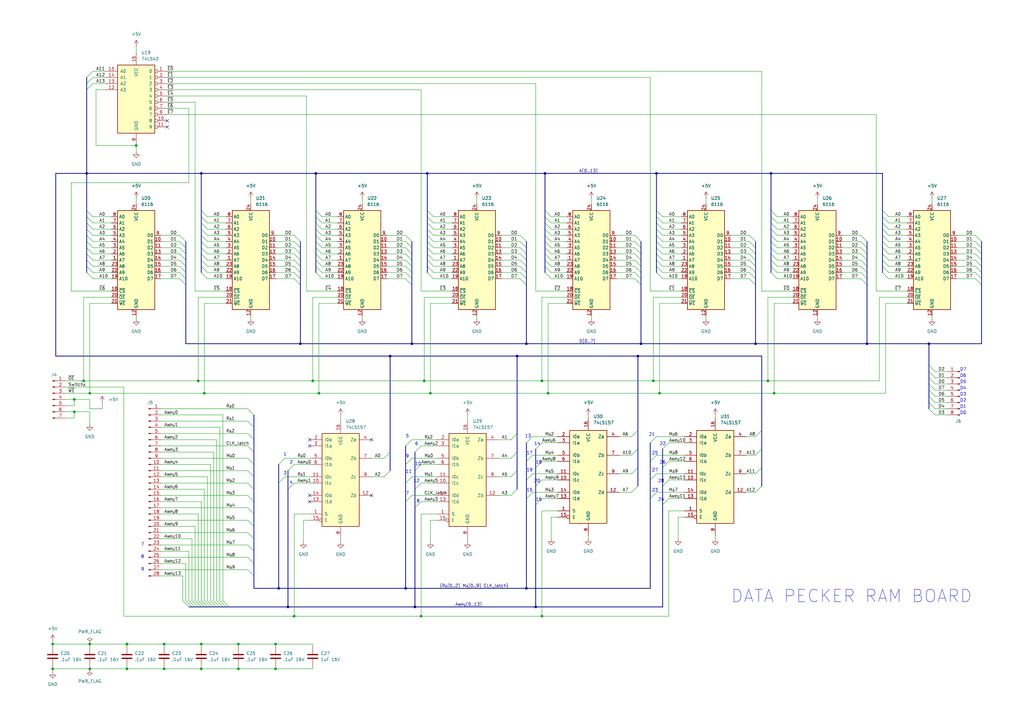
<source format=kicad_sch>
(kicad_sch (version 20230121) (generator eeschema)
  (paper "A3")
  (title_block (title "The Data Pecker RAM Board") (date "2022-11-17") (rev "V001") (comment 1 "reverse-engineered in 2022") (comment 2 "creativecommons.org/licenses/by-sa/4.0/") (comment 3 "License: CC BY-SA 4.0") (comment 4 "Author: InsaneDruid"))
  (junction (at 97.79 274.32))
  (junction (at 170.18 248.92))
  (junction (at 129.54 71.12))
  (junction (at 168.91 140.97))
  (junction (at 270.51 161.29))
  (junction (at 113.03 264.16))
  (junction (at 309.88 140.97))
  (junction (at 30.48 168.91))
  (junction (at 172.72 252.73))
  (junction (at 212.09 146.05))
  (junction (at 67.31 274.32))
  (junction (at 113.03 274.32))
  (junction (at 36.83 161.29))
  (junction (at 67.31 264.16))
  (junction (at 267.97 156.21))
  (junction (at 21.59 264.16))
  (junction (at 223.52 71.12))
  (junction (at 355.6 140.97))
  (junction (at 52.07 274.32))
  (junction (at 21.59 274.32))
  (junction (at 97.79 264.16))
  (junction (at 82.55 274.32))
  (junction (at 222.25 252.73))
  (junction (at 222.25 156.21))
  (junction (at 52.07 264.16))
  (junction (at 55.88 59.69))
  (junction (at 176.53 161.29))
  (junction (at 118.11 248.92))
  (junction (at 224.79 161.29))
  (junction (at 114.3 241.3))
  (junction (at 314.96 156.21))
  (junction (at 35.56 71.12))
  (junction (at 381 140.97))
  (junction (at 262.89 140.97))
  (junction (at 130.81 161.29))
  (junction (at 82.55 71.12))
  (junction (at 316.23 71.12))
  (junction (at 30.48 163.83))
  (junction (at 269.24 71.12))
  (junction (at 128.27 156.21))
  (junction (at 175.26 71.12))
  (junction (at 34.29 156.21))
  (junction (at 120.65 252.73))
  (junction (at 261.62 146.05))
  (junction (at 83.82 161.29))
  (junction (at 166.37 241.3))
  (junction (at 215.9 241.3))
  (junction (at 219.71 248.92))
  (junction (at 36.83 264.16))
  (junction (at 215.9 140.97))
  (junction (at 36.83 274.32))
  (junction (at 160.02 146.05))
  (junction (at 82.55 264.16))
  (junction (at 173.99 156.21))
  (junction (at 123.19 140.97))
  (junction (at 81.28 156.21))
  (junction (at 317.5 161.29))
  (no_connect (at 127 182.88))
  (no_connect (at 127 180.34))
  (no_connect (at 127 205.74))
  (no_connect (at 127 203.2))
  (no_connect (at 152.4 180.34))
  (no_connect (at 152.4 203.2))
  (no_connect (at 68.58 52.07))
  (no_connect (at 68.58 49.53))
  (bus_entry (at 218.44 194.31) (size -2.54 2.54))
  (bus_entry (at 307.34 104.14) (size 2.54 2.54))
  (bus_entry (at 269.24 91.44) (size 2.54 2.54))
  (bus_entry (at 309.88 179.07) (size 2.54 -2.54))
  (bus_entry (at 260.35 106.68) (size 2.54 2.54))
  (bus_entry (at 82.55 109.22) (size 2.54 2.54))
  (bus_entry (at 77.47 246.38) (size 2.54 2.54))
  (bus_entry (at 400.05 114.3) (size 2.54 2.54))
  (bus_entry (at 129.54 88.9) (size 2.54 2.54))
  (bus_entry (at 260.35 111.76) (size 2.54 2.54))
  (bus_entry (at 400.05 111.76) (size 2.54 2.54))
  (bus_entry (at 353.06 106.68) (size 2.54 2.54))
  (bus_entry (at 400.05 104.14) (size 2.54 2.54))
  (bus_entry (at 76.2 246.38) (size 2.54 2.54))
  (bus_entry (at 269.24 104.14) (size 2.54 2.54))
  (bus_entry (at 353.06 99.06) (size 2.54 2.54))
  (bus_entry (at 73.66 111.76) (size 2.54 2.54))
  (bus_entry (at 129.54 99.06) (size 2.54 2.54))
  (bus_entry (at 170.18 185.42) (size 2.54 -2.54))
  (bus_entry (at 104.14 236.22) (size -2.54 -2.54))
  (bus_entry (at 223.52 111.76) (size 2.54 2.54))
  (bus_entry (at 170.18 208.28) (size 2.54 -2.54))
  (bus_entry (at 104.14 195.58) (size -2.54 -2.54))
  (bus_entry (at 309.88 201.93) (size 2.54 -2.54))
  (bus_entry (at 78.74 246.38) (size 2.54 2.54))
  (bus_entry (at 209.55 195.58) (size 2.54 -2.54))
  (bus_entry (at 129.54 91.44) (size 2.54 2.54))
  (bus_entry (at 104.14 175.26) (size -2.54 -2.54))
  (bus_entry (at 269.24 96.52) (size 2.54 2.54))
  (bus_entry (at 157.48 187.96) (size 2.54 -2.54))
  (bus_entry (at 157.48 195.58) (size 2.54 -2.54))
  (bus_entry (at 259.08 186.69) (size 2.54 -2.54))
  (bus_entry (at 175.26 109.22) (size 2.54 2.54))
  (bus_entry (at 223.52 93.98) (size 2.54 2.54))
  (bus_entry (at 260.35 101.6) (size 2.54 2.54))
  (bus_entry (at 316.23 109.22) (size 2.54 2.54))
  (bus_entry (at 166.37 101.6) (size 2.54 2.54))
  (bus_entry (at 307.34 99.06) (size 2.54 2.54))
  (bus_entry (at 82.55 91.44) (size 2.54 2.54))
  (bus_entry (at 83.82 246.38) (size 2.54 2.54))
  (bus_entry (at 260.35 114.3) (size 2.54 2.54))
  (bus_entry (at 400.05 101.6) (size 2.54 2.54))
  (bus_entry (at 361.95 109.22) (size 2.54 2.54))
  (bus_entry (at 166.37 109.22) (size 2.54 2.54))
  (bus_entry (at 104.14 205.74) (size -2.54 -2.54))
  (bus_entry (at 35.56 31.75) (size 2.54 -2.54))
  (bus_entry (at 120.65 99.06) (size 2.54 2.54))
  (bus_entry (at 175.26 86.36) (size 2.54 2.54))
  (bus_entry (at 104.14 231.14) (size -2.54 -2.54))
  (bus_entry (at 175.26 111.76) (size 2.54 2.54))
  (bus_entry (at 104.14 210.82) (size -2.54 -2.54))
  (bus_entry (at 82.55 86.36) (size 2.54 2.54))
  (bus_entry (at 316.23 96.52) (size 2.54 2.54))
  (bus_entry (at 82.55 101.6) (size 2.54 2.54))
  (bus_entry (at 307.34 111.76) (size 2.54 2.54))
  (bus_entry (at 219.71 207.01) (size 2.54 -2.54))
  (bus_entry (at 307.34 101.6) (size 2.54 2.54))
  (bus_entry (at 213.36 96.52) (size 2.54 2.54))
  (bus_entry (at 170.18 193.04) (size 2.54 -2.54))
  (bus_entry (at 104.14 200.66) (size -2.54 -2.54))
  (bus_entry (at 81.28 246.38) (size 2.54 2.54))
  (bus_entry (at 269.24 88.9) (size 2.54 2.54))
  (bus_entry (at 400.05 96.52) (size 2.54 2.54))
  (bus_entry (at 213.36 104.14) (size 2.54 2.54))
  (bus_entry (at 175.26 106.68) (size 2.54 2.54))
  (bus_entry (at 73.66 101.6) (size 2.54 2.54))
  (bus_entry (at 316.23 99.06) (size 2.54 2.54))
  (bus_entry (at 120.65 114.3) (size 2.54 2.54))
  (bus_entry (at 166.37 111.76) (size 2.54 2.54))
  (bus_entry (at 120.65 106.68) (size 2.54 2.54))
  (bus_entry (at 316.23 86.36) (size 2.54 2.54))
  (bus_entry (at 353.06 111.76) (size 2.54 2.54))
  (bus_entry (at 116.84 195.58) (size -2.54 2.54))
  (bus_entry (at 361.95 104.14) (size 2.54 2.54))
  (bus_entry (at 104.14 215.9) (size -2.54 -2.54))
  (bus_entry (at 168.91 195.58) (size -2.54 2.54))
  (bus_entry (at 209.55 203.2) (size 2.54 -2.54))
  (bus_entry (at 271.78 207.01) (size 2.54 -2.54))
  (bus_entry (at 271.78 199.39) (size 2.54 -2.54))
  (bus_entry (at 271.78 184.15) (size 2.54 -2.54))
  (bus_entry (at 271.78 191.77) (size 2.54 -2.54))
  (bus_entry (at 223.52 104.14) (size 2.54 2.54))
  (bus_entry (at 120.65 104.14) (size 2.54 2.54))
  (bus_entry (at 209.55 180.34) (size 2.54 -2.54))
  (bus_entry (at 73.66 109.22) (size 2.54 2.54))
  (bus_entry (at 175.26 88.9) (size 2.54 2.54))
  (bus_entry (at 218.44 186.69) (size -2.54 2.54))
  (bus_entry (at 73.66 104.14) (size 2.54 2.54))
  (bus_entry (at 223.52 106.68) (size 2.54 2.54))
  (bus_entry (at 129.54 93.98) (size 2.54 2.54))
  (bus_entry (at 269.24 93.98) (size 2.54 2.54))
  (bus_entry (at 316.23 106.68) (size 2.54 2.54))
  (bus_entry (at 361.95 91.44) (size 2.54 2.54))
  (bus_entry (at 168.91 203.2) (size -2.54 2.54))
  (bus_entry (at 218.44 179.07) (size -2.54 2.54))
  (bus_entry (at 175.26 99.06) (size 2.54 2.54))
  (bus_entry (at 269.24 109.22) (size 2.54 2.54))
  (bus_entry (at 35.56 34.29) (size 2.54 -2.54))
  (bus_entry (at 219.71 199.39) (size 2.54 -2.54))
  (bus_entry (at 353.06 109.22) (size 2.54 2.54))
  (bus_entry (at 213.36 106.68) (size 2.54 2.54))
  (bus_entry (at 82.55 93.98) (size 2.54 2.54))
  (bus_entry (at 170.18 200.66) (size 2.54 -2.54))
  (bus_entry (at 73.66 106.68) (size 2.54 2.54))
  (bus_entry (at 35.56 104.14) (size 2.54 2.54))
  (bus_entry (at 35.56 101.6) (size 2.54 2.54))
  (bus_entry (at 35.56 106.68) (size 2.54 2.54))
  (bus_entry (at 35.56 109.22) (size 2.54 2.54))
  (bus_entry (at 35.56 111.76) (size 2.54 2.54))
  (bus_entry (at 35.56 86.36) (size 2.54 2.54))
  (bus_entry (at 35.56 93.98) (size 2.54 2.54))
  (bus_entry (at 35.56 88.9) (size 2.54 2.54))
  (bus_entry (at 35.56 99.06) (size 2.54 2.54))
  (bus_entry (at 35.56 96.52) (size 2.54 2.54))
  (bus_entry (at 35.56 91.44) (size 2.54 2.54))
  (bus_entry (at 73.66 99.06) (size 2.54 2.54))
  (bus_entry (at 120.65 96.52) (size 2.54 2.54))
  (bus_entry (at 223.52 99.06) (size 2.54 2.54))
  (bus_entry (at 269.24 201.93) (size -2.54 2.54))
  (bus_entry (at 259.08 201.93) (size 2.54 -2.54))
  (bus_entry (at 223.52 96.52) (size 2.54 2.54))
  (bus_entry (at 166.37 114.3) (size 2.54 2.54))
  (bus_entry (at 361.95 88.9) (size 2.54 2.54))
  (bus_entry (at 223.52 88.9) (size 2.54 2.54))
  (bus_entry (at 309.88 186.69) (size 2.54 -2.54))
  (bus_entry (at 269.24 99.06) (size 2.54 2.54))
  (bus_entry (at 316.23 101.6) (size 2.54 2.54))
  (bus_entry (at 129.54 111.76) (size 2.54 2.54))
  (bus_entry (at 73.66 96.52) (size 2.54 2.54))
  (bus_entry (at 116.84 187.96) (size -2.54 2.54))
  (bus_entry (at 219.71 184.15) (size 2.54 -2.54))
  (bus_entry (at 166.37 106.68) (size 2.54 2.54))
  (bus_entry (at 175.26 96.52) (size 2.54 2.54))
  (bus_entry (at 307.34 96.52) (size 2.54 2.54))
  (bus_entry (at 80.01 246.38) (size 2.54 2.54))
  (bus_entry (at 259.08 179.07) (size 2.54 -2.54))
  (bus_entry (at 361.95 106.68) (size 2.54 2.54))
  (bus_entry (at 316.23 93.98) (size 2.54 2.54))
  (bus_entry (at 361.95 96.52) (size 2.54 2.54))
  (bus_entry (at 316.23 104.14) (size 2.54 2.54))
  (bus_entry (at 361.95 86.36) (size 2.54 2.54))
  (bus_entry (at 353.06 114.3) (size 2.54 2.54))
  (bus_entry (at 82.55 106.68) (size 2.54 2.54))
  (bus_entry (at 104.14 190.5) (size -2.54 -2.54))
  (bus_entry (at 223.52 101.6) (size 2.54 2.54))
  (bus_entry (at 104.14 220.98) (size -2.54 -2.54))
  (bus_entry (at 269.24 111.76) (size 2.54 2.54))
  (bus_entry (at 361.95 99.06) (size 2.54 2.54))
  (bus_entry (at 381 160.02) (size 2.54 2.54))
  (bus_entry (at 381 154.94) (size 2.54 2.54))
  (bus_entry (at 381 167.64) (size 2.54 2.54))
  (bus_entry (at 381 157.48) (size 2.54 2.54))
  (bus_entry (at 381 162.56) (size 2.54 2.54))
  (bus_entry (at 381 152.4) (size 2.54 2.54))
  (bus_entry (at 381 149.86) (size 2.54 2.54))
  (bus_entry (at 381 165.1) (size 2.54 2.54))
  (bus_entry (at 120.65 109.22) (size 2.54 2.54))
  (bus_entry (at 90.17 246.38) (size 2.54 2.54))
  (bus_entry (at 91.44 246.38) (size 2.54 2.54))
  (bus_entry (at 88.9 246.38) (size 2.54 2.54))
  (bus_entry (at 87.63 246.38) (size 2.54 2.54))
  (bus_entry (at 86.36 246.38) (size 2.54 2.54))
  (bus_entry (at 269.24 186.69) (size -2.54 2.54))
  (bus_entry (at 213.36 111.76) (size 2.54 2.54))
  (bus_entry (at 73.66 114.3) (size 2.54 2.54))
  (bus_entry (at 260.35 104.14) (size 2.54 2.54))
  (bus_entry (at 361.95 93.98) (size 2.54 2.54))
  (bus_entry (at 82.55 104.14) (size 2.54 2.54))
  (bus_entry (at 82.55 88.9) (size 2.54 2.54))
  (bus_entry (at 260.35 109.22) (size 2.54 2.54))
  (bus_entry (at 82.55 99.06) (size 2.54 2.54))
  (bus_entry (at 316.23 111.76) (size 2.54 2.54))
  (bus_entry (at 309.88 194.31) (size 2.54 -2.54))
  (bus_entry (at 353.06 96.52) (size 2.54 2.54))
  (bus_entry (at 209.55 187.96) (size 2.54 -2.54))
  (bus_entry (at 307.34 114.3) (size 2.54 2.54))
  (bus_entry (at 353.06 101.6) (size 2.54 2.54))
  (bus_entry (at 168.91 180.34) (size -2.54 2.54))
  (bus_entry (at 213.36 101.6) (size 2.54 2.54))
  (bus_entry (at 223.52 91.44) (size 2.54 2.54))
  (bus_entry (at 361.95 101.6) (size 2.54 2.54))
  (bus_entry (at 166.37 99.06) (size 2.54 2.54))
  (bus_entry (at 269.24 194.31) (size -2.54 2.54))
  (bus_entry (at 269.24 106.68) (size 2.54 2.54))
  (bus_entry (at 259.08 194.31) (size 2.54 -2.54))
  (bus_entry (at 400.05 109.22) (size 2.54 2.54))
  (bus_entry (at 213.36 109.22) (size 2.54 2.54))
  (bus_entry (at 219.71 191.77) (size 2.54 -2.54))
  (bus_entry (at 213.36 114.3) (size 2.54 2.54))
  (bus_entry (at 307.34 106.68) (size 2.54 2.54))
  (bus_entry (at 129.54 109.22) (size 2.54 2.54))
  (bus_entry (at 316.23 91.44) (size 2.54 2.54))
  (bus_entry (at 361.95 111.76) (size 2.54 2.54))
  (bus_entry (at 175.26 104.14) (size 2.54 2.54))
  (bus_entry (at 120.65 111.76) (size 2.54 2.54))
  (bus_entry (at 82.55 246.38) (size 2.54 2.54))
  (bus_entry (at 168.91 187.96) (size -2.54 2.54))
  (bus_entry (at 129.54 101.6) (size 2.54 2.54))
  (bus_entry (at 316.23 88.9) (size 2.54 2.54))
  (bus_entry (at 82.55 96.52) (size 2.54 2.54))
  (bus_entry (at 175.26 93.98) (size 2.54 2.54))
  (bus_entry (at 104.14 180.34) (size -2.54 -2.54))
  (bus_entry (at 400.05 106.68) (size 2.54 2.54))
  (bus_entry (at 129.54 86.36) (size 2.54 2.54))
  (bus_entry (at 74.93 246.38) (size 2.54 2.54))
  (bus_entry (at 166.37 96.52) (size 2.54 2.54))
  (bus_entry (at 269.24 179.07) (size -2.54 2.54))
  (bus_entry (at 118.11 200.66) (size 2.54 -2.54))
  (bus_entry (at 104.14 170.18) (size -2.54 -2.54))
  (bus_entry (at 269.24 86.36) (size 2.54 2.54))
  (bus_entry (at 129.54 104.14) (size 2.54 2.54))
  (bus_entry (at 260.35 99.06) (size 2.54 2.54))
  (bus_entry (at 175.26 91.44) (size 2.54 2.54))
  (bus_entry (at 129.54 106.68) (size 2.54 2.54))
  (bus_entry (at 307.34 109.22) (size 2.54 2.54))
  (bus_entry (at 269.24 101.6) (size 2.54 2.54))
  (bus_entry (at 118.11 193.04) (size 2.54 -2.54))
  (bus_entry (at 400.05 99.06) (size 2.54 2.54))
  (bus_entry (at 260.35 96.52) (size 2.54 2.54))
  (bus_entry (at 223.52 86.36) (size 2.54 2.54))
  (bus_entry (at 213.36 99.06) (size 2.54 2.54))
  (bus_entry (at 120.65 101.6) (size 2.54 2.54))
  (bus_entry (at 129.54 96.52) (size 2.54 2.54))
  (bus_entry (at 353.06 104.14) (size 2.54 2.54))
  (bus_entry (at 166.37 104.14) (size 2.54 2.54))
  (bus_entry (at 35.56 36.83) (size 2.54 -2.54))
  (bus_entry (at 82.55 111.76) (size 2.54 2.54))
  (bus_entry (at 175.26 101.6) (size 2.54 2.54))
  (bus_entry (at 85.09 246.38) (size 2.54 2.54))
  (bus_entry (at 223.52 109.22) (size 2.54 2.54))
  (bus_entry (at 104.14 226.06) (size -2.54 -2.54))
  (bus_entry (at 104.14 185.42) (size -2.54 -2.54))
  (bus_entry (at 218.44 201.93) (size -2.54 2.54))
  (bus (pts (xy 269.24 86.36) (xy 269.24 88.9)))
  (wire (pts (xy 269.24 179.07) (xy 280.67 179.07)))
  (bus (pts (xy 168.91 104.14) (xy 168.91 106.68)))
  (wire (pts (xy 91.44 170.18) (xy 91.44 246.38)))
  (wire (pts (xy 113.03 109.22) (xy 120.65 109.22)))
  (bus (pts (xy 170.18 193.04) (xy 170.18 200.66)))
  (wire (pts (xy 176.53 124.46) (xy 185.42 124.46)))
  (wire (pts (xy 36.83 274.32) (xy 52.07 274.32)))
  (bus (pts (xy 312.42 191.77) (xy 312.42 199.39)))
  (bus (pts (xy 261.62 191.77) (xy 261.62 199.39)))
  (wire (pts (xy 172.72 198.12) (xy 179.07 198.12)))
  (bus (pts (xy 129.54 96.52) (xy 129.54 99.06)))
  (bus (pts (xy 168.91 111.76) (xy 168.91 114.3)))
  (bus (pts (xy 223.52 91.44) (xy 223.52 93.98)))
  (wire (pts (xy 158.75 101.6) (xy 166.37 101.6)))
  (bus (pts (xy 76.2 111.76) (xy 76.2 114.3)))
  (bus (pts (xy 361.95 106.68) (xy 361.95 109.22)))
  (wire (pts (xy 222.25 209.55) (xy 222.25 252.73)))
  (wire (pts (xy 101.6 187.96) (xy 66.04 187.96)))
  (bus (pts (xy 76.2 114.3) (xy 76.2 116.84)))
  (bus (pts (xy 82.55 96.52) (xy 82.55 99.06)))
  (wire (pts (xy 195.58 130.81) (xy 195.58 129.54)))
  (wire (pts (xy 101.6 198.12) (xy 66.04 198.12)))
  (wire (pts (xy 222.25 121.92) (xy 222.25 156.21)))
  (wire (pts (xy 168.91 180.34) (xy 179.07 180.34)))
  (bus (pts (xy 212.09 193.04) (xy 212.09 200.66)))
  (wire (pts (xy 168.91 195.58) (xy 179.07 195.58)))
  (bus (pts (xy 316.23 86.36) (xy 316.23 88.9)))
  (bus (pts (xy 104.14 175.26) (xy 104.14 170.18)))
  (wire (pts (xy 66.04 170.18) (xy 91.44 170.18)))
  (wire (pts (xy 101.6 223.52) (xy 66.04 223.52)))
  (bus (pts (xy 129.54 88.9) (xy 129.54 91.44)))
  (wire (pts (xy 125.73 39.37) (xy 125.73 119.38)))
  (bus (pts (xy 361.95 101.6) (xy 361.95 104.14)))
  (wire (pts (xy 205.74 111.76) (xy 213.36 111.76)))
  (wire (pts (xy 67.31 264.16) (xy 67.31 265.43)))
  (wire (pts (xy 179.07 213.36) (xy 176.53 213.36)))
  (wire (pts (xy 177.8 109.22) (xy 185.42 109.22)))
  (wire (pts (xy 67.31 273.05) (xy 67.31 274.32)))
  (wire (pts (xy 120.65 210.82) (xy 127 210.82)))
  (bus (pts (xy 309.88 104.14) (xy 309.88 106.68)))
  (wire (pts (xy 222.25 156.21) (xy 267.97 156.21)))
  (bus (pts (xy 215.9 106.68) (xy 215.9 109.22)))
  (wire (pts (xy 85.09 91.44) (xy 92.71 91.44)))
  (wire (pts (xy 191.77 170.18) (xy 191.77 172.72)))
  (wire (pts (xy 36.83 167.64) (xy 36.83 163.83)))
  (bus (pts (xy 168.91 116.84) (xy 168.91 140.97)))
  (wire (pts (xy 318.77 114.3) (xy 325.12 114.3)))
  (wire (pts (xy 299.72 99.06) (xy 307.34 99.06)))
  (wire (pts (xy 52.07 264.16) (xy 52.07 265.43)))
  (bus (pts (xy 35.56 71.12) (xy 82.55 71.12)))
  (bus (pts (xy 170.18 248.92) (xy 219.71 248.92)))
  (wire (pts (xy 241.3 170.18) (xy 241.3 171.45)))
  (bus (pts (xy 76.2 106.68) (xy 76.2 109.22)))
  (wire (pts (xy 364.49 106.68) (xy 372.11 106.68)))
  (wire (pts (xy 267.97 156.21) (xy 314.96 156.21)))
  (bus (pts (xy 82.55 71.12) (xy 129.54 71.12)))
  (wire (pts (xy 226.06 91.44) (xy 232.41 91.44)))
  (bus (pts (xy 402.59 114.3) (xy 402.59 116.84)))
  (bus (pts (xy 309.88 116.84) (xy 309.88 140.97)))
  (bus (pts (xy 269.24 91.44) (xy 269.24 93.98)))
  (bus (pts (xy 35.56 71.12) (xy 35.56 86.36)))
  (bus (pts (xy 223.52 101.6) (xy 223.52 104.14)))
  (bus (pts (xy 355.6 116.84) (xy 355.6 140.97)))
  (wire (pts (xy 274.32 209.55) (xy 280.67 209.55)))
  (bus (pts (xy 22.86 146.05) (xy 160.02 146.05)))
  (wire (pts (xy 314.96 156.21) (xy 360.68 156.21)))
  (bus (pts (xy 261.62 184.15) (xy 261.62 191.77)))
  (bus (pts (xy 82.55 101.6) (xy 82.55 104.14)))
  (wire (pts (xy 345.44 109.22) (xy 353.06 109.22)))
  (bus (pts (xy 129.54 106.68) (xy 129.54 109.22)))
  (wire (pts (xy 36.83 124.46) (xy 45.72 124.46)))
  (bus (pts (xy 309.88 140.97) (xy 355.6 140.97)))
  (wire (pts (xy 101.6 203.2) (xy 66.04 203.2)))
  (bus (pts (xy 361.95 96.52) (xy 361.95 99.06)))
  (bus (pts (xy 223.52 93.98) (xy 223.52 96.52)))
  (wire (pts (xy 80.01 119.38) (xy 92.71 119.38)))
  (wire (pts (xy 364.49 114.3) (xy 372.11 114.3)))
  (wire (pts (xy 66.04 231.14) (xy 76.2 231.14)))
  (wire (pts (xy 66.04 175.26) (xy 90.17 175.26)))
  (wire (pts (xy 392.43 109.22) (xy 400.05 109.22)))
  (wire (pts (xy 252.73 114.3) (xy 260.35 114.3)))
  (wire (pts (xy 52.07 273.05) (xy 52.07 274.32)))
  (wire (pts (xy 55.88 130.81) (xy 55.88 129.54)))
  (wire (pts (xy 252.73 101.6) (xy 260.35 101.6)))
  (wire (pts (xy 383.54 160.02) (xy 388.62 160.02)))
  (wire (pts (xy 173.99 121.92) (xy 173.99 156.21)))
  (wire (pts (xy 204.47 187.96) (xy 209.55 187.96)))
  (wire (pts (xy 38.1 29.21) (xy 43.18 29.21)))
  (wire (pts (xy 226.06 93.98) (xy 232.41 93.98)))
  (bus (pts (xy 104.14 195.58) (xy 104.14 190.5)))
  (wire (pts (xy 318.77 99.06) (xy 325.12 99.06)))
  (wire (pts (xy 113.03 273.05) (xy 113.03 274.32)))
  (bus (pts (xy 166.37 205.74) (xy 166.37 241.3)))
  (bus (pts (xy 35.56 93.98) (xy 35.56 96.52)))
  (bus (pts (xy 35.56 36.83) (xy 35.56 71.12)))
  (wire (pts (xy 26.67 168.91) (xy 30.48 168.91)))
  (bus (pts (xy 104.14 200.66) (xy 104.14 195.58)))
  (wire (pts (xy 66.04 109.22) (xy 73.66 109.22)))
  (wire (pts (xy 38.1 106.68) (xy 45.72 106.68)))
  (bus (pts (xy 168.91 106.68) (xy 168.91 109.22)))
  (wire (pts (xy 82.55 264.16) (xy 97.79 264.16)))
  (wire (pts (xy 113.03 104.14) (xy 120.65 104.14)))
  (bus (pts (xy 76.2 99.06) (xy 76.2 101.6)))
  (wire (pts (xy 81.28 121.92) (xy 92.71 121.92)))
  (wire (pts (xy 335.28 81.28) (xy 335.28 83.82)))
  (bus (pts (xy 355.6 101.6) (xy 355.6 104.14)))
  (wire (pts (xy 382.27 81.28) (xy 382.27 83.82)))
  (bus (pts (xy 316.23 96.52) (xy 316.23 99.06)))
  (wire (pts (xy 158.75 114.3) (xy 166.37 114.3)))
  (wire (pts (xy 299.72 111.76) (xy 307.34 111.76)))
  (bus (pts (xy 223.52 99.06) (xy 223.52 101.6)))
  (bus (pts (xy 129.54 93.98) (xy 129.54 96.52)))
  (wire (pts (xy 66.04 195.58) (xy 85.09 195.58)))
  (wire (pts (xy 176.53 161.29) (xy 224.79 161.29)))
  (wire (pts (xy 30.48 166.37) (xy 30.48 163.83)))
  (wire (pts (xy 130.81 124.46) (xy 138.43 124.46)))
  (bus (pts (xy 175.26 104.14) (xy 175.26 106.68)))
  (wire (pts (xy 173.99 156.21) (xy 222.25 156.21)))
  (wire (pts (xy 68.58 36.83) (xy 172.72 36.83)))
  (wire (pts (xy 158.75 111.76) (xy 166.37 111.76)))
  (wire (pts (xy 359.41 46.99) (xy 359.41 119.38)))
  (wire (pts (xy 224.79 161.29) (xy 270.51 161.29)))
  (wire (pts (xy 318.77 93.98) (xy 325.12 93.98)))
  (bus (pts (xy 104.14 210.82) (xy 104.14 205.74)))
  (wire (pts (xy 299.72 104.14) (xy 307.34 104.14)))
  (wire (pts (xy 318.77 91.44) (xy 325.12 91.44)))
  (wire (pts (xy 97.79 274.32) (xy 113.03 274.32)))
  (wire (pts (xy 38.1 93.98) (xy 45.72 93.98)))
  (wire (pts (xy 26.67 158.75) (xy 50.8 158.75)))
  (wire (pts (xy 66.04 200.66) (xy 83.82 200.66)))
  (bus (pts (xy 35.56 91.44) (xy 35.56 93.98)))
  (wire (pts (xy 101.6 233.68) (xy 66.04 233.68)))
  (wire (pts (xy 66.04 101.6) (xy 73.66 101.6)))
  (wire (pts (xy 172.72 190.5) (xy 179.07 190.5)))
  (wire (pts (xy 299.72 106.68) (xy 307.34 106.68)))
  (bus (pts (xy 81.28 248.92) (xy 82.55 248.92)))
  (bus (pts (xy 104.14 220.98) (xy 104.14 215.9)))
  (bus (pts (xy 269.24 96.52) (xy 269.24 99.06)))
  (bus (pts (xy 381 162.56) (xy 381 165.1)))
  (wire (pts (xy 34.29 156.21) (xy 26.67 156.21)))
  (wire (pts (xy 36.83 161.29) (xy 36.83 124.46)))
  (wire (pts (xy 364.49 96.52) (xy 372.11 96.52)))
  (bus (pts (xy 86.36 248.92) (xy 87.63 248.92)))
  (wire (pts (xy 21.59 274.32) (xy 36.83 274.32)))
  (wire (pts (xy 97.79 264.16) (xy 113.03 264.16)))
  (wire (pts (xy 252.73 111.76) (xy 260.35 111.76)))
  (bus (pts (xy 271.78 191.77) (xy 271.78 199.39)))
  (wire (pts (xy 36.83 264.16) (xy 36.83 265.43)))
  (wire (pts (xy 364.49 91.44) (xy 372.11 91.44)))
  (bus (pts (xy 85.09 248.92) (xy 86.36 248.92)))
  (wire (pts (xy 172.72 36.83) (xy 172.72 119.38)))
  (bus (pts (xy 215.9 204.47) (xy 215.9 241.3)))
  (wire (pts (xy 81.28 121.92) (xy 81.28 156.21)))
  (bus (pts (xy 104.14 236.22) (xy 104.14 231.14)))
  (wire (pts (xy 314.96 121.92) (xy 325.12 121.92)))
  (wire (pts (xy 85.09 195.58) (xy 85.09 246.38)))
  (bus (pts (xy 123.19 99.06) (xy 123.19 101.6)))
  (wire (pts (xy 139.7 222.25) (xy 139.7 220.98)))
  (wire (pts (xy 43.18 36.83) (xy 39.37 36.83)))
  (wire (pts (xy 78.74 220.98) (xy 78.74 246.38)))
  (wire (pts (xy 85.09 99.06) (xy 92.71 99.06)))
  (wire (pts (xy 85.09 109.22) (xy 92.71 109.22)))
  (wire (pts (xy 271.78 111.76) (xy 279.4 111.76)))
  (wire (pts (xy 271.78 96.52) (xy 279.4 96.52)))
  (wire (pts (xy 77.47 226.06) (xy 77.47 246.38)))
  (wire (pts (xy 124.46 213.36) (xy 124.46 222.25)))
  (wire (pts (xy 254 194.31) (xy 259.08 194.31)))
  (wire (pts (xy 36.83 264.16) (xy 52.07 264.16)))
  (bus (pts (xy 175.26 109.22) (xy 175.26 111.76)))
  (wire (pts (xy 66.04 215.9) (xy 80.01 215.9)))
  (bus (pts (xy 170.18 208.28) (xy 170.18 248.92)))
  (bus (pts (xy 355.6 106.68) (xy 355.6 109.22)))
  (wire (pts (xy 177.8 114.3) (xy 185.42 114.3)))
  (wire (pts (xy 267.97 121.92) (xy 267.97 156.21)))
  (wire (pts (xy 205.74 104.14) (xy 213.36 104.14)))
  (wire (pts (xy 172.72 252.73) (xy 120.65 252.73)))
  (wire (pts (xy 191.77 222.25) (xy 191.77 220.98)))
  (wire (pts (xy 254 179.07) (xy 259.08 179.07)))
  (bus (pts (xy 361.95 91.44) (xy 361.95 93.98)))
  (wire (pts (xy 66.04 114.3) (xy 73.66 114.3)))
  (wire (pts (xy 120.65 252.73) (xy 50.8 252.73)))
  (wire (pts (xy 39.37 59.69) (xy 55.88 59.69)))
  (bus (pts (xy 316.23 101.6) (xy 316.23 104.14)))
  (wire (pts (xy 293.37 220.98) (xy 293.37 219.71)))
  (wire (pts (xy 299.72 109.22) (xy 307.34 109.22)))
  (wire (pts (xy 88.9 180.34) (xy 88.9 246.38)))
  (bus (pts (xy 104.14 236.22) (xy 104.14 241.3)))
  (wire (pts (xy 364.49 99.06) (xy 372.11 99.06)))
  (wire (pts (xy 90.17 175.26) (xy 90.17 246.38)))
  (wire (pts (xy 92.71 104.14) (xy 85.09 104.14)))
  (bus (pts (xy 22.86 71.12) (xy 35.56 71.12)))
  (wire (pts (xy 271.78 88.9) (xy 279.4 88.9)))
  (wire (pts (xy 363.22 124.46) (xy 372.11 124.46)))
  (bus (pts (xy 381 152.4) (xy 381 154.94)))
  (wire (pts (xy 363.22 124.46) (xy 363.22 161.29)))
  (bus (pts (xy 35.56 36.83) (xy 35.56 34.29)))
  (wire (pts (xy 219.71 34.29) (xy 219.71 119.38)))
  (bus (pts (xy 261.62 176.53) (xy 261.62 184.15)))
  (bus (pts (xy 402.59 99.06) (xy 402.59 101.6)))
  (bus (pts (xy 76.2 116.84) (xy 76.2 140.97)))
  (bus (pts (xy 271.78 199.39) (xy 271.78 207.01)))
  (bus (pts (xy 76.2 140.97) (xy 123.19 140.97)))
  (wire (pts (xy 66.04 210.82) (xy 81.28 210.82)))
  (bus (pts (xy 381 165.1) (xy 381 167.64)))
  (bus (pts (xy 312.42 146.05) (xy 312.42 176.53)))
  (bus (pts (xy 129.54 99.06) (xy 129.54 101.6)))
  (bus (pts (xy 215.9 111.76) (xy 215.9 114.3)))
  (bus (pts (xy 129.54 101.6) (xy 129.54 104.14)))
  (bus (pts (xy 212.09 146.05) (xy 261.62 146.05)))
  (wire (pts (xy 270.51 124.46) (xy 279.4 124.46)))
  (wire (pts (xy 226.06 101.6) (xy 232.41 101.6)))
  (wire (pts (xy 345.44 101.6) (xy 353.06 101.6)))
  (wire (pts (xy 383.54 157.48) (xy 388.62 157.48)))
  (wire (pts (xy 172.72 210.82) (xy 172.72 252.73)))
  (wire (pts (xy 76.2 231.14) (xy 76.2 246.38)))
  (bus (pts (xy 223.52 86.36) (xy 223.52 88.9)))
  (wire (pts (xy 34.29 156.21) (xy 81.28 156.21)))
  (wire (pts (xy 224.79 124.46) (xy 224.79 161.29)))
  (bus (pts (xy 104.14 205.74) (xy 104.14 200.66)))
  (bus (pts (xy 82.55 248.92) (xy 83.82 248.92)))
  (wire (pts (xy 113.03 99.06) (xy 120.65 99.06)))
  (wire (pts (xy 360.68 121.92) (xy 360.68 156.21)))
  (wire (pts (xy 45.72 104.14) (xy 38.1 104.14)))
  (wire (pts (xy 38.1 34.29) (xy 43.18 34.29)))
  (bus (pts (xy 123.19 140.97) (xy 168.91 140.97)))
  (bus (pts (xy 223.52 88.9) (xy 223.52 91.44)))
  (wire (pts (xy 280.67 212.09) (xy 278.13 212.09)))
  (wire (pts (xy 271.78 109.22) (xy 279.4 109.22)))
  (wire (pts (xy 66.04 106.68) (xy 73.66 106.68)))
  (wire (pts (xy 102.87 81.28) (xy 102.87 83.82)))
  (bus (pts (xy 355.6 114.3) (xy 355.6 116.84)))
  (bus (pts (xy 355.6 111.76) (xy 355.6 114.3)))
  (bus (pts (xy 118.11 248.92) (xy 170.18 248.92)))
  (wire (pts (xy 82.55 205.74) (xy 82.55 246.38)))
  (bus (pts (xy 166.37 241.3) (xy 215.9 241.3)))
  (wire (pts (xy 113.03 111.76) (xy 120.65 111.76)))
  (wire (pts (xy 125.73 119.38) (xy 138.43 119.38)))
  (bus (pts (xy 104.14 190.5) (xy 104.14 185.42)))
  (wire (pts (xy 83.82 124.46) (xy 83.82 161.29)))
  (wire (pts (xy 318.77 109.22) (xy 325.12 109.22)))
  (bus (pts (xy 309.88 109.22) (xy 309.88 111.76)))
  (bus (pts (xy 381 140.97) (xy 381 149.86)))
  (wire (pts (xy 299.72 114.3) (xy 307.34 114.3)))
  (bus (pts (xy 361.95 109.22) (xy 361.95 111.76)))
  (wire (pts (xy 299.72 101.6) (xy 307.34 101.6)))
  (wire (pts (xy 66.04 226.06) (xy 77.47 226.06)))
  (wire (pts (xy 218.44 179.07) (xy 228.6 179.07)))
  (wire (pts (xy 271.78 101.6) (xy 279.4 101.6)))
  (bus (pts (xy 316.23 109.22) (xy 316.23 111.76)))
  (bus (pts (xy 316.23 71.12) (xy 316.23 86.36)))
  (wire (pts (xy 306.07 186.69) (xy 309.88 186.69)))
  (bus (pts (xy 355.6 140.97) (xy 381 140.97)))
  (wire (pts (xy 317.5 161.29) (xy 363.22 161.29)))
  (wire (pts (xy 318.77 106.68) (xy 325.12 106.68)))
  (bus (pts (xy 223.52 96.52) (xy 223.52 99.06)))
  (wire (pts (xy 269.24 194.31) (xy 280.67 194.31)))
  (bus (pts (xy 82.55 109.22) (xy 82.55 111.76)))
  (wire (pts (xy 177.8 88.9) (xy 185.42 88.9)))
  (bus (pts (xy 215.9 189.23) (xy 215.9 196.85)))
  (wire (pts (xy 38.1 96.52) (xy 45.72 96.52)))
  (bus (pts (xy 114.3 190.5) (xy 114.3 198.12)))
  (wire (pts (xy 205.74 114.3) (xy 213.36 114.3)))
  (bus (pts (xy 35.56 104.14) (xy 35.56 106.68)))
  (bus (pts (xy 129.54 91.44) (xy 129.54 93.98)))
  (wire (pts (xy 173.99 121.92) (xy 185.42 121.92)))
  (wire (pts (xy 392.43 111.76) (xy 400.05 111.76)))
  (wire (pts (xy 252.73 109.22) (xy 260.35 109.22)))
  (wire (pts (xy 113.03 96.52) (xy 120.65 96.52)))
  (bus (pts (xy 88.9 248.92) (xy 90.17 248.92)))
  (wire (pts (xy 222.25 209.55) (xy 228.6 209.55)))
  (wire (pts (xy 222.25 204.47) (xy 228.6 204.47)))
  (wire (pts (xy 101.6 228.6) (xy 66.04 228.6)))
  (bus (pts (xy 312.42 176.53) (xy 312.42 184.15)))
  (wire (pts (xy 148.59 81.28) (xy 148.59 83.82)))
  (wire (pts (xy 130.81 161.29) (xy 176.53 161.29)))
  (wire (pts (xy 335.28 130.81) (xy 335.28 129.54)))
  (wire (pts (xy 364.49 109.22) (xy 372.11 109.22)))
  (bus (pts (xy 269.24 99.06) (xy 269.24 101.6)))
  (wire (pts (xy 132.08 109.22) (xy 138.43 109.22)))
  (wire (pts (xy 85.09 111.76) (xy 92.71 111.76)))
  (wire (pts (xy 85.09 96.52) (xy 92.71 96.52)))
  (bus (pts (xy 316.23 91.44) (xy 316.23 93.98)))
  (wire (pts (xy 306.07 194.31) (xy 309.88 194.31)))
  (wire (pts (xy 289.56 81.28) (xy 289.56 83.82)))
  (wire (pts (xy 172.72 182.88) (xy 179.07 182.88)))
  (wire (pts (xy 267.97 121.92) (xy 279.4 121.92)))
  (bus (pts (xy 215.9 114.3) (xy 215.9 116.84)))
  (wire (pts (xy 34.29 121.92) (xy 34.29 156.21)))
  (wire (pts (xy 26.67 161.29) (xy 36.83 161.29)))
  (wire (pts (xy 21.59 265.43) (xy 21.59 264.16)))
  (wire (pts (xy 132.08 91.44) (xy 138.43 91.44)))
  (wire (pts (xy 66.04 205.74) (xy 82.55 205.74)))
  (wire (pts (xy 314.96 121.92) (xy 314.96 156.21)))
  (bus (pts (xy 316.23 104.14) (xy 316.23 106.68)))
  (bus (pts (xy 91.44 248.92) (xy 92.71 248.92)))
  (bus (pts (xy 355.6 104.14) (xy 355.6 106.68)))
  (wire (pts (xy 81.28 156.21) (xy 128.27 156.21)))
  (wire (pts (xy 278.13 212.09) (xy 278.13 220.98)))
  (bus (pts (xy 78.74 248.92) (xy 80.01 248.92)))
  (wire (pts (xy 254 186.69) (xy 259.08 186.69)))
  (wire (pts (xy 345.44 114.3) (xy 353.06 114.3)))
  (bus (pts (xy 402.59 116.84) (xy 402.59 140.97)))
  (wire (pts (xy 242.57 130.81) (xy 242.57 129.54)))
  (bus (pts (xy 262.89 116.84) (xy 262.89 140.97)))
  (wire (pts (xy 67.31 264.16) (xy 82.55 264.16)))
  (wire (pts (xy 325.12 104.14) (xy 318.77 104.14)))
  (wire (pts (xy 101.6 218.44) (xy 66.04 218.44)))
  (wire (pts (xy 55.88 81.28) (xy 55.88 83.82)))
  (wire (pts (xy 68.58 31.75) (xy 266.7 31.75)))
  (wire (pts (xy 168.91 203.2) (xy 179.07 203.2)))
  (bus (pts (xy 215.9 241.3) (xy 266.7 241.3)))
  (wire (pts (xy 271.78 93.98) (xy 279.4 93.98)))
  (bus (pts (xy 309.88 99.06) (xy 309.88 101.6)))
  (wire (pts (xy 158.75 106.68) (xy 166.37 106.68)))
  (wire (pts (xy 128.27 264.16) (xy 128.27 265.43)))
  (bus (pts (xy 212.09 146.05) (xy 212.09 177.8)))
  (wire (pts (xy 176.53 124.46) (xy 176.53 161.29)))
  (bus (pts (xy 215.9 140.97) (xy 262.89 140.97)))
  (wire (pts (xy 67.31 274.32) (xy 82.55 274.32)))
  (bus (pts (xy 361.95 93.98) (xy 361.95 96.52)))
  (wire (pts (xy 222.25 196.85) (xy 228.6 196.85)))
  (bus (pts (xy 87.63 248.92) (xy 88.9 248.92)))
  (wire (pts (xy 204.47 195.58) (xy 209.55 195.58)))
  (wire (pts (xy 97.79 273.05) (xy 97.79 274.32)))
  (bus (pts (xy 76.2 109.22) (xy 76.2 111.76)))
  (wire (pts (xy 102.87 130.81) (xy 102.87 129.54)))
  (wire (pts (xy 383.54 162.56) (xy 388.62 162.56)))
  (wire (pts (xy 364.49 104.14) (xy 372.11 104.14)))
  (wire (pts (xy 345.44 111.76) (xy 353.06 111.76)))
  (bus (pts (xy 118.11 200.66) (xy 118.11 248.92)))
  (bus (pts (xy 219.71 248.92) (xy 271.78 248.92)))
  (bus (pts (xy 82.55 106.68) (xy 82.55 109.22)))
  (wire (pts (xy 116.84 195.58) (xy 127 195.58)))
  (wire (pts (xy 222.25 181.61) (xy 228.6 181.61)))
  (wire (pts (xy 306.07 201.93) (xy 309.88 201.93)))
  (bus (pts (xy 123.19 111.76) (xy 123.19 114.3)))
  (wire (pts (xy 68.58 46.99) (xy 359.41 46.99)))
  (wire (pts (xy 383.54 167.64) (xy 388.62 167.64)))
  (bus (pts (xy 160.02 146.05) (xy 212.09 146.05)))
  (wire (pts (xy 101.6 172.72) (xy 66.04 172.72)))
  (wire (pts (xy 205.74 106.68) (xy 213.36 106.68)))
  (wire (pts (xy 21.59 262.89) (xy 21.59 264.16)))
  (wire (pts (xy 132.08 93.98) (xy 138.43 93.98)))
  (wire (pts (xy 383.54 165.1) (xy 388.62 165.1)))
  (bus (pts (xy 262.89 106.68) (xy 262.89 109.22)))
  (wire (pts (xy 26.67 166.37) (xy 30.48 166.37)))
  (wire (pts (xy 242.57 81.28) (xy 242.57 83.82)))
  (bus (pts (xy 262.89 104.14) (xy 262.89 106.68)))
  (bus (pts (xy 402.59 106.68) (xy 402.59 109.22)))
  (wire (pts (xy 30.48 168.91) (xy 36.83 168.91)))
  (bus (pts (xy 104.14 231.14) (xy 104.14 226.06)))
  (wire (pts (xy 132.08 88.9) (xy 138.43 88.9)))
  (wire (pts (xy 364.49 101.6) (xy 372.11 101.6)))
  (wire (pts (xy 36.83 163.83) (xy 30.48 163.83)))
  (bus (pts (xy 175.26 99.06) (xy 175.26 101.6)))
  (bus (pts (xy 175.26 106.68) (xy 175.26 109.22)))
  (wire (pts (xy 113.03 114.3) (xy 120.65 114.3)))
  (wire (pts (xy 392.43 104.14) (xy 400.05 104.14)))
  (wire (pts (xy 127 213.36) (xy 124.46 213.36)))
  (wire (pts (xy 87.63 185.42) (xy 87.63 246.38)))
  (wire (pts (xy 383.54 154.94) (xy 388.62 154.94)))
  (bus (pts (xy 104.14 241.3) (xy 114.3 241.3)))
  (bus (pts (xy 104.14 180.34) (xy 104.14 175.26)))
  (bus (pts (xy 269.24 71.12) (xy 316.23 71.12)))
  (bus (pts (xy 168.91 140.97) (xy 215.9 140.97)))
  (wire (pts (xy 226.06 212.09) (xy 226.06 220.98)))
  (wire (pts (xy 66.04 180.34) (xy 88.9 180.34)))
  (wire (pts (xy 274.32 209.55) (xy 274.32 252.73)))
  (bus (pts (xy 35.56 106.68) (xy 35.56 109.22)))
  (wire (pts (xy 205.74 101.6) (xy 213.36 101.6)))
  (bus (pts (xy 118.11 193.04) (xy 118.11 200.66)))
  (wire (pts (xy 271.78 106.68) (xy 279.4 106.68)))
  (wire (pts (xy 266.7 31.75) (xy 266.7 119.38)))
  (wire (pts (xy 204.47 180.34) (xy 209.55 180.34)))
  (wire (pts (xy 68.58 41.91) (xy 80.01 41.91)))
  (bus (pts (xy 361.95 104.14) (xy 361.95 106.68)))
  (wire (pts (xy 345.44 106.68) (xy 353.06 106.68)))
  (wire (pts (xy 130.81 161.29) (xy 130.81 124.46)))
  (bus (pts (xy 82.55 71.12) (xy 82.55 86.36)))
  (wire (pts (xy 345.44 104.14) (xy 353.06 104.14)))
  (bus (pts (xy 129.54 104.14) (xy 129.54 106.68)))
  (wire (pts (xy 345.44 96.52) (xy 353.06 96.52)))
  (wire (pts (xy 177.8 99.06) (xy 185.42 99.06)))
  (wire (pts (xy 152.4 195.58) (xy 157.48 195.58)))
  (wire (pts (xy 218.44 194.31) (xy 228.6 194.31)))
  (bus (pts (xy 312.42 184.15) (xy 312.42 191.77)))
  (bus (pts (xy 269.24 71.12) (xy 269.24 86.36)))
  (wire (pts (xy 228.6 212.09) (xy 226.06 212.09)))
  (wire (pts (xy 306.07 179.07) (xy 309.88 179.07)))
  (bus (pts (xy 402.59 109.22) (xy 402.59 111.76)))
  (wire (pts (xy 279.4 104.14) (xy 271.78 104.14)))
  (wire (pts (xy 86.36 190.5) (xy 86.36 246.38)))
  (wire (pts (xy 26.67 171.45) (xy 30.48 171.45)))
  (wire (pts (xy 269.24 186.69) (xy 280.67 186.69)))
  (wire (pts (xy 226.06 106.68) (xy 232.41 106.68)))
  (wire (pts (xy 74.93 236.22) (xy 74.93 246.38)))
  (wire (pts (xy 52.07 264.16) (xy 67.31 264.16)))
  (wire (pts (xy 318.77 111.76) (xy 325.12 111.76)))
  (wire (pts (xy 82.55 273.05) (xy 82.55 274.32)))
  (bus (pts (xy 175.26 101.6) (xy 175.26 104.14)))
  (bus (pts (xy 223.52 71.12) (xy 223.52 86.36)))
  (wire (pts (xy 132.08 111.76) (xy 138.43 111.76)))
  (bus (pts (xy 381 160.02) (xy 381 162.56)))
  (wire (pts (xy 41.91 167.64) (xy 36.83 167.64)))
  (wire (pts (xy 318.77 101.6) (xy 325.12 101.6)))
  (wire (pts (xy 128.27 273.05) (xy 128.27 274.32)))
  (bus (pts (xy 76.2 104.14) (xy 76.2 106.68)))
  (wire (pts (xy 266.7 119.38) (xy 279.4 119.38)))
  (bus (pts (xy 219.71 199.39) (xy 219.71 207.01)))
  (bus (pts (xy 309.88 111.76) (xy 309.88 114.3)))
  (wire (pts (xy 195.58 81.28) (xy 195.58 83.82)))
  (wire (pts (xy 359.41 119.38) (xy 372.11 119.38)))
  (bus (pts (xy 316.23 93.98) (xy 316.23 96.52)))
  (bus (pts (xy 215.9 196.85) (xy 215.9 204.47)))
  (wire (pts (xy 39.37 36.83) (xy 39.37 59.69)))
  (wire (pts (xy 101.6 177.8) (xy 66.04 177.8)))
  (bus (pts (xy 316.23 99.06) (xy 316.23 101.6)))
  (wire (pts (xy 270.51 161.29) (xy 270.51 124.46)))
  (wire (pts (xy 271.78 91.44) (xy 279.4 91.44)))
  (bus (pts (xy 219.71 191.77) (xy 219.71 199.39)))
  (bus (pts (xy 160.02 185.42) (xy 160.02 193.04)))
  (wire (pts (xy 38.1 109.22) (xy 45.72 109.22)))
  (wire (pts (xy 38.1 99.06) (xy 45.72 99.06)))
  (wire (pts (xy 318.77 88.9) (xy 325.12 88.9)))
  (wire (pts (xy 364.49 111.76) (xy 372.11 111.76)))
  (wire (pts (xy 83.82 200.66) (xy 83.82 246.38)))
  (bus (pts (xy 309.88 101.6) (xy 309.88 104.14)))
  (wire (pts (xy 128.27 121.92) (xy 128.27 156.21)))
  (bus (pts (xy 215.9 181.61) (xy 215.9 189.23)))
  (wire (pts (xy 252.73 104.14) (xy 260.35 104.14)))
  (wire (pts (xy 232.41 104.14) (xy 226.06 104.14)))
  (wire (pts (xy 158.75 109.22) (xy 166.37 109.22)))
  (bus (pts (xy 355.6 109.22) (xy 355.6 111.76)))
  (bus (pts (xy 219.71 207.01) (xy 219.71 248.92)))
  (bus (pts (xy 355.6 99.06) (xy 355.6 101.6)))
  (bus (pts (xy 215.9 116.84) (xy 215.9 140.97)))
  (bus (pts (xy 262.89 99.06) (xy 262.89 101.6)))
  (bus (pts (xy 223.52 104.14) (xy 223.52 106.68)))
  (wire (pts (xy 97.79 264.16) (xy 97.79 265.43)))
  (wire (pts (xy 55.88 19.05) (xy 55.88 21.59)))
  (bus (pts (xy 316.23 88.9) (xy 316.23 91.44)))
  (bus (pts (xy 361.95 88.9) (xy 361.95 91.44)))
  (bus (pts (xy 223.52 106.68) (xy 223.52 109.22)))
  (wire (pts (xy 224.79 124.46) (xy 232.41 124.46)))
  (bus (pts (xy 170.18 200.66) (xy 170.18 208.28)))
  (wire (pts (xy 226.06 96.52) (xy 232.41 96.52)))
  (bus (pts (xy 402.59 111.76) (xy 402.59 114.3)))
  (bus (pts (xy 76.2 101.6) (xy 76.2 104.14)))
  (wire (pts (xy 205.74 96.52) (xy 213.36 96.52)))
  (bus (pts (xy 261.62 146.05) (xy 261.62 176.53)))
  (wire (pts (xy 317.5 124.46) (xy 325.12 124.46)))
  (wire (pts (xy 222.25 252.73) (xy 172.72 252.73)))
  (wire (pts (xy 83.82 124.46) (xy 92.71 124.46)))
  (bus (pts (xy 223.52 109.22) (xy 223.52 111.76)))
  (wire (pts (xy 293.37 170.18) (xy 293.37 171.45)))
  (wire (pts (xy 132.08 96.52) (xy 138.43 96.52)))
  (wire (pts (xy 101.6 167.64) (xy 66.04 167.64)))
  (bus (pts (xy 361.95 71.12) (xy 361.95 86.36)))
  (bus (pts (xy 381 149.86) (xy 381 152.4)))
  (wire (pts (xy 218.44 186.69) (xy 228.6 186.69)))
  (wire (pts (xy 252.73 99.06) (xy 260.35 99.06)))
  (bus (pts (xy 82.55 88.9) (xy 82.55 91.44)))
  (wire (pts (xy 382.27 130.81) (xy 382.27 129.54)))
  (wire (pts (xy 226.06 109.22) (xy 232.41 109.22)))
  (bus (pts (xy 316.23 106.68) (xy 316.23 109.22)))
  (bus (pts (xy 77.47 248.92) (xy 78.74 248.92)))
  (bus (pts (xy 215.9 99.06) (xy 215.9 101.6)))
  (wire (pts (xy 128.27 121.92) (xy 138.43 121.92)))
  (wire (pts (xy 36.83 168.91) (xy 36.83 173.99)))
  (bus (pts (xy 215.9 109.22) (xy 215.9 111.76)))
  (bus (pts (xy 166.37 182.88) (xy 166.37 190.5)))
  (wire (pts (xy 270.51 161.29) (xy 317.5 161.29)))
  (wire (pts (xy 21.59 273.05) (xy 21.59 274.32)))
  (bus (pts (xy 168.91 114.3) (xy 168.91 116.84)))
  (bus (pts (xy 123.19 116.84) (xy 123.19 140.97)))
  (wire (pts (xy 222.25 121.92) (xy 232.41 121.92)))
  (wire (pts (xy 177.8 91.44) (xy 185.42 91.44)))
  (wire (pts (xy 364.49 93.98) (xy 372.11 93.98)))
  (wire (pts (xy 81.28 210.82) (xy 81.28 246.38)))
  (wire (pts (xy 152.4 187.96) (xy 157.48 187.96)))
  (bus (pts (xy 212.09 177.8) (xy 212.09 185.42)))
  (bus (pts (xy 22.86 71.12) (xy 22.86 146.05)))
  (wire (pts (xy 204.47 203.2) (xy 209.55 203.2)))
  (bus (pts (xy 123.19 114.3) (xy 123.19 116.84)))
  (wire (pts (xy 68.58 44.45) (xy 77.47 44.45)))
  (bus (pts (xy 269.24 106.68) (xy 269.24 109.22)))
  (bus (pts (xy 309.88 106.68) (xy 309.88 109.22)))
  (bus (pts (xy 114.3 241.3) (xy 166.37 241.3)))
  (wire (pts (xy 252.73 106.68) (xy 260.35 106.68)))
  (bus (pts (xy 262.89 114.3) (xy 262.89 116.84)))
  (bus (pts (xy 175.26 88.9) (xy 175.26 91.44)))
  (bus (pts (xy 361.95 99.06) (xy 361.95 101.6)))
  (wire (pts (xy 21.59 264.16) (xy 36.83 264.16)))
  (wire (pts (xy 38.1 111.76) (xy 45.72 111.76)))
  (bus (pts (xy 271.78 207.01) (xy 271.78 248.92)))
  (bus (pts (xy 271.78 184.15) (xy 271.78 191.77)))
  (wire (pts (xy 274.32 181.61) (xy 280.67 181.61)))
  (wire (pts (xy 85.09 106.68) (xy 92.71 106.68)))
  (bus (pts (xy 402.59 101.6) (xy 402.59 104.14)))
  (bus (pts (xy 80.01 248.92) (xy 81.28 248.92)))
  (bus (pts (xy 309.88 114.3) (xy 309.88 116.84)))
  (wire (pts (xy 269.24 201.93) (xy 280.67 201.93)))
  (wire (pts (xy 66.04 99.06) (xy 73.66 99.06)))
  (bus (pts (xy 83.82 248.92) (xy 85.09 248.92)))
  (wire (pts (xy 222.25 189.23) (xy 228.6 189.23)))
  (wire (pts (xy 360.68 121.92) (xy 372.11 121.92)))
  (wire (pts (xy 55.88 62.23) (xy 55.88 59.69)))
  (wire (pts (xy 116.84 187.96) (xy 127 187.96)))
  (wire (pts (xy 77.47 74.93) (xy 29.21 74.93)))
  (wire (pts (xy 148.59 130.81) (xy 148.59 129.54)))
  (bus (pts (xy 170.18 185.42) (xy 170.18 193.04)))
  (wire (pts (xy 38.1 101.6) (xy 45.72 101.6)))
  (bus (pts (xy 261.62 146.05) (xy 312.42 146.05)))
  (bus (pts (xy 129.54 86.36) (xy 129.54 88.9)))
  (wire (pts (xy 226.06 114.3) (xy 232.41 114.3)))
  (wire (pts (xy 38.1 91.44) (xy 45.72 91.44)))
  (wire (pts (xy 318.77 96.52) (xy 325.12 96.52)))
  (bus (pts (xy 262.89 140.97) (xy 309.88 140.97)))
  (bus (pts (xy 35.56 88.9) (xy 35.56 91.44)))
  (wire (pts (xy 177.8 101.6) (xy 185.42 101.6)))
  (bus (pts (xy 35.56 101.6) (xy 35.56 104.14)))
  (wire (pts (xy 101.6 193.04) (xy 66.04 193.04)))
  (bus (pts (xy 82.55 91.44) (xy 82.55 93.98)))
  (bus (pts (xy 166.37 190.5) (xy 166.37 198.12)))
  (bus (pts (xy 269.24 93.98) (xy 269.24 96.52)))
  (bus (pts (xy 35.56 109.22) (xy 35.56 111.76)))
  (bus (pts (xy 215.9 101.6) (xy 215.9 104.14)))
  (wire (pts (xy 30.48 163.83) (xy 26.67 163.83)))
  (wire (pts (xy 68.58 34.29) (xy 219.71 34.29)))
  (wire (pts (xy 80.01 41.91) (xy 80.01 119.38)))
  (wire (pts (xy 271.78 99.06) (xy 279.4 99.06)))
  (wire (pts (xy 177.8 93.98) (xy 185.42 93.98)))
  (bus (pts (xy 175.26 86.36) (xy 175.26 88.9)))
  (wire (pts (xy 226.06 88.9) (xy 232.41 88.9)))
  (wire (pts (xy 132.08 106.68) (xy 138.43 106.68)))
  (bus (pts (xy 82.55 99.06) (xy 82.55 101.6)))
  (wire (pts (xy 177.8 96.52) (xy 185.42 96.52)))
  (wire (pts (xy 392.43 101.6) (xy 400.05 101.6)))
  (bus (pts (xy 269.24 101.6) (xy 269.24 104.14)))
  (wire (pts (xy 120.65 190.5) (xy 127 190.5)))
  (bus (pts (xy 168.91 109.22) (xy 168.91 111.76)))
  (wire (pts (xy 168.91 187.96) (xy 179.07 187.96)))
  (wire (pts (xy 205.74 99.06) (xy 213.36 99.06)))
  (wire (pts (xy 312.42 119.38) (xy 312.42 29.21)))
  (bus (pts (xy 175.26 71.12) (xy 175.26 86.36)))
  (bus (pts (xy 129.54 71.12) (xy 175.26 71.12)))
  (bus (pts (xy 35.56 86.36) (xy 35.56 88.9)))
  (wire (pts (xy 139.7 170.18) (xy 139.7 172.72)))
  (wire (pts (xy 226.06 99.06) (xy 232.41 99.06)))
  (wire (pts (xy 383.54 152.4) (xy 388.62 152.4)))
  (wire (pts (xy 113.03 264.16) (xy 113.03 265.43)))
  (bus (pts (xy 215.9 104.14) (xy 215.9 106.68)))
  (wire (pts (xy 66.04 185.42) (xy 87.63 185.42)))
  (wire (pts (xy 177.8 106.68) (xy 185.42 106.68)))
  (wire (pts (xy 128.27 156.21) (xy 173.99 156.21)))
  (bus (pts (xy 123.19 109.22) (xy 123.19 111.76)))
  (bus (pts (xy 90.17 248.92) (xy 91.44 248.92)))
  (wire (pts (xy 85.09 114.3) (xy 92.71 114.3)))
  (bus (pts (xy 175.26 71.12) (xy 223.52 71.12)))
  (wire (pts (xy 383.54 170.18) (xy 388.62 170.18)))
  (wire (pts (xy 36.83 273.05) (xy 36.83 274.32)))
  (bus (pts (xy 361.95 86.36) (xy 361.95 88.9)))
  (wire (pts (xy 85.09 101.6) (xy 92.71 101.6)))
  (wire (pts (xy 274.32 204.47) (xy 280.67 204.47)))
  (bus (pts (xy 123.19 104.14) (xy 123.19 106.68)))
  (wire (pts (xy 392.43 106.68) (xy 400.05 106.68)))
  (wire (pts (xy 120.65 210.82) (xy 120.65 252.73)))
  (wire (pts (xy 132.08 99.06) (xy 138.43 99.06)))
  (bus (pts (xy 93.98 248.92) (xy 118.11 248.92)))
  (bus (pts (xy 223.52 71.12) (xy 269.24 71.12)))
  (bus (pts (xy 92.71 248.92) (xy 93.98 248.92)))
  (bus (pts (xy 266.7 196.85) (xy 266.7 204.47)))
  (wire (pts (xy 113.03 106.68) (xy 120.65 106.68)))
  (wire (pts (xy 38.1 114.3) (xy 45.72 114.3)))
  (wire (pts (xy 80.01 215.9) (xy 80.01 246.38)))
  (wire (pts (xy 364.49 88.9) (xy 372.11 88.9)))
  (bus (pts (xy 104.14 185.42) (xy 104.14 180.34)))
  (wire (pts (xy 101.6 208.28) (xy 66.04 208.28)))
  (wire (pts (xy 66.04 220.98) (xy 78.74 220.98)))
  (bus (pts (xy 82.55 104.14) (xy 82.55 106.68)))
  (bus (pts (xy 175.26 91.44) (xy 175.26 93.98)))
  (wire (pts (xy 392.43 99.06) (xy 400.05 99.06)))
  (wire (pts (xy 254 201.93) (xy 259.08 201.93)))
  (bus (pts (xy 82.55 93.98) (xy 82.55 96.52)))
  (bus (pts (xy 212.09 185.42) (xy 212.09 193.04)))
  (wire (pts (xy 274.32 196.85) (xy 280.67 196.85)))
  (wire (pts (xy 345.44 99.06) (xy 353.06 99.06)))
  (wire (pts (xy 299.72 96.52) (xy 307.34 96.52)))
  (bus (pts (xy 266.7 189.23) (xy 266.7 196.85)))
  (wire (pts (xy 38.1 88.9) (xy 45.72 88.9)))
  (bus (pts (xy 381 154.94) (xy 381 157.48)))
  (bus (pts (xy 175.26 93.98) (xy 175.26 96.52)))
  (bus (pts (xy 266.7 181.61) (xy 266.7 189.23)))
  (wire (pts (xy 226.06 111.76) (xy 232.41 111.76)))
  (wire (pts (xy 312.42 119.38) (xy 325.12 119.38)))
  (wire (pts (xy 219.71 119.38) (xy 232.41 119.38)))
  (wire (pts (xy 138.43 104.14) (xy 132.08 104.14)))
  (wire (pts (xy 21.59 275.59) (xy 21.59 274.32)))
  (bus (pts (xy 123.19 106.68) (xy 123.19 109.22)))
  (wire (pts (xy 38.1 31.75) (xy 43.18 31.75)))
  (wire (pts (xy 68.58 39.37) (xy 125.73 39.37)))
  (bus (pts (xy 82.55 86.36) (xy 82.55 88.9)))
  (wire (pts (xy 101.6 213.36) (xy 66.04 213.36)))
  (wire (pts (xy 172.72 210.82) (xy 179.07 210.82)))
  (wire (pts (xy 241.3 220.98) (xy 241.3 219.71)))
  (wire (pts (xy 132.08 101.6) (xy 138.43 101.6)))
  (wire (pts (xy 77.47 44.45) (xy 77.47 74.93)))
  (wire (pts (xy 177.8 111.76) (xy 185.42 111.76)))
  (wire (pts (xy 30.48 171.45) (xy 30.48 168.91)))
  (wire (pts (xy 205.74 109.22) (xy 213.36 109.22)))
  (wire (pts (xy 289.56 130.81) (xy 289.56 129.54)))
  (wire (pts (xy 271.78 114.3) (xy 279.4 114.3)))
  (wire (pts (xy 68.58 29.21) (xy 312.42 29.21)))
  (bus (pts (xy 160.02 146.05) (xy 160.02 185.42)))
  (wire (pts (xy 113.03 264.16) (xy 128.27 264.16)))
  (wire (pts (xy 85.09 93.98) (xy 92.71 93.98)))
  (bus (pts (xy 166.37 198.12) (xy 166.37 205.74)))
  (wire (pts (xy 120.65 198.12) (xy 127 198.12)))
  (bus (pts (xy 123.19 101.6) (xy 123.19 104.14)))
  (wire (pts (xy 66.04 236.22) (xy 74.93 236.22)))
  (wire (pts (xy 41.91 165.1) (xy 41.91 167.64)))
  (bus (pts (xy 129.54 71.12) (xy 129.54 86.36)))
  (bus (pts (xy 168.91 101.6) (xy 168.91 104.14)))
  (wire (pts (xy 128.27 274.32) (xy 113.03 274.32)))
  (bus (pts (xy 35.56 99.06) (xy 35.56 101.6)))
  (wire (pts (xy 82.55 274.32) (xy 97.79 274.32)))
  (wire (pts (xy 274.32 189.23) (xy 280.67 189.23)))
  (wire (pts (xy 158.75 99.06) (xy 166.37 99.06)))
  (bus (pts (xy 168.91 99.06) (xy 168.91 101.6)))
  (wire (pts (xy 29.21 119.38) (xy 45.72 119.38)))
  (wire (pts (xy 29.21 74.93) (xy 29.21 119.38)))
  (wire (pts (xy 50.8 252.73) (xy 50.8 158.75)))
  (wire (pts (xy 66.04 111.76) (xy 73.66 111.76)))
  (wire (pts (xy 83.82 161.29) (xy 130.81 161.29)))
  (wire (pts (xy 132.08 114.3) (xy 138.43 114.3)))
  (bus (pts (xy 402.59 104.14) (xy 402.59 106.68)))
  (wire (pts (xy 252.73 96.52) (xy 260.35 96.52)))
  (wire (pts (xy 36.83 161.29) (xy 83.82 161.29)))
  (wire (pts (xy 34.29 121.92) (xy 45.72 121.92)))
  (wire (pts (xy 185.42 104.14) (xy 177.8 104.14)))
  (bus (pts (xy 219.71 184.15) (xy 219.71 191.77)))
  (bus (pts (xy 381 140.97) (xy 402.59 140.97)))
  (wire (pts (xy 113.03 101.6) (xy 120.65 101.6)))
  (wire (pts (xy 222.25 252.73) (xy 274.32 252.73)))
  (wire (pts (xy 66.04 96.52) (xy 73.66 96.52)))
  (wire (pts (xy 158.75 96.52) (xy 166.37 96.52)))
  (wire (pts (xy 392.43 114.3) (xy 400.05 114.3)))
  (bus (pts (xy 104.14 215.9) (xy 104.14 210.82)))
  (wire (pts (xy 172.72 119.38) (xy 185.42 119.38)))
  (wire (pts (xy 52.07 274.32) (xy 67.31 274.32)))
  (bus (pts (xy 266.7 204.47) (xy 266.7 241.3)))
  (wire (pts (xy 66.04 190.5) (xy 86.36 190.5)))
  (wire (pts (xy 176.53 213.36) (xy 176.53 222.25)))
  (wire (pts (xy 392.43 96.52) (xy 400.05 96.52)))
  (wire (pts (xy 66.04 104.14) (xy 73.66 104.14)))
  (wire (pts (xy 85.09 88.9) (xy 92.71 88.9)))
  (bus (pts (xy 104.14 226.06) (xy 104.14 220.98)))
  (wire (pts (xy 101.6 182.88) (xy 66.04 182.88)))
  (wire (pts (xy 172.72 205.74) (xy 179.07 205.74)))
  (wire (pts (xy 218.44 201.93) (xy 228.6 201.93)))
  (bus (pts (xy 262.89 109.22) (xy 262.89 111.76)))
  (bus (pts (xy 35.56 34.29) (xy 35.56 31.75)))
  (bus (pts (xy 316.23 71.12) (xy 361.95 71.12)))
  (bus (pts (xy 114.3 198.12) (xy 114.3 241.3)))
  (bus (pts (xy 129.54 109.22) (xy 129.54 111.76)))
  (bus (pts (xy 269.24 88.9) (xy 269.24 91.44)))
  (bus (pts (xy 262.89 111.76) (xy 262.89 114.3)))
  (bus (pts (xy 262.89 101.6) (xy 262.89 104.14)))
  (wire (pts (xy 158.75 104.14) (xy 166.37 104.14)))
  (bus (pts (xy 269.24 109.22) (xy 269.24 111.76)))
  (bus (pts (xy 269.24 104.14) (xy 269.24 106.68)))
  (wire (pts (xy 82.55 264.16) (xy 82.55 265.43)))
  (wire (pts (xy 317.5 161.29) (xy 317.5 124.46)))
  (bus (pts (xy 35.56 96.52) (xy 35.56 99.06)))
  (bus (pts (xy 175.26 96.52) (xy 175.26 99.06)))
  (bus (pts (xy 381 157.48) (xy 381 160.02)))
  (text "D7" (at 393.7 152.4 0) (effects (font (size 1.27 1.27)) (justify left bottom)))
  (text "18" (at 219.71 190.5 0) (effects (font (size 1.27 1.27)) (justify left bottom)))
  (text "14" (at 219.075 182.88 0) (effects (font (size 1.27 1.27)) (justify left bottom)))
  (text "1" (at 116.205 187.325 0) (effects (font (size 1.27 1.27)) (justify left bottom)))
  (text "D6" (at 393.7 154.94 0) (effects (font (size 1.27 1.27)) (justify left bottom)))
  (text "21" (at 266.065 179.07 0) (effects (font (size 1.27 1.27)) (justify left bottom)))
  (text "19" (at 215.9 193.675 0) (effects (font (size 1.27 1.27)) (justify left bottom)))
  (text "9" (at 57.785 234.315 0) (effects (font (size 1.27 1.27)) (justify left bottom)))
  (text "3" (at 116.205 194.945 0) (effects (font (size 1.27 1.27)) (justify left bottom)))
  (text "28" (at 269.875 198.12 0) (effects (font (size 1.27 1.27)) (justify left bottom)))
  (text "17" (at 215.9 186.69 0) (effects (font (size 1.27 1.27)) (justify left bottom)))
  (text "DATA PECKER RAM BOARD" (at 299.72 247.65 0) (effects (font (size 5.08 5.08)) (justify left bottom)))
  (text "D1" (at 393.7 167.64 0) (effects (font (size 1.27 1.27)) (justify left bottom)))
  (text "26" (at 270.51 190.5 0) (effects (font (size 1.27 1.27)) (justify left bottom)))
  (text "16" (at 219.71 205.74 0) (effects (font (size 1.27 1.27)) (justify left bottom)))
  (text "22" (at 270.51 182.88 0) (effects (font (size 1.27 1.27)) (justify left bottom)))
  (text "7" (at 166.37 203.2 0) (effects (font (size 1.27 1.27)) (justify left bottom)))
  (text "10" (at 170.18 191.135 0) (effects (font (size 1.27 1.27)) (justify left bottom)))
  (text "11" (at 166.37 194.31 0) (effects (font (size 1.27 1.27)) (justify left bottom)))
  (text "D3" (at 393.7 162.56 0) (effects (font (size 1.27 1.27)) (justify left bottom)))
  (text "24" (at 269.875 205.74 0) (effects (font (size 1.27 1.27)) (justify left bottom)))
  (text "D4" (at 393.7 160.02 0) (effects (font (size 1.27 1.27)) (justify left bottom)))
  (text "12" (at 169.545 198.12 0) (effects (font (size 1.27 1.27)) (justify left bottom)))
  (text "15" (at 215.9 201.93 0) (effects (font (size 1.27 1.27)) (justify left bottom)))
  (text "4" (at 118.745 198.755 0) (effects (font (size 1.27 1.27)) (justify left bottom)))
  (text "13" (at 215.265 179.705 0) (effects (font (size 1.27 1.27)) (justify left bottom)))
  (text "8" (at 57.785 229.235 0) (effects (font (size 1.27 1.27)) (justify left bottom)))
  (text "5" (at 166.37 179.705 0) (effects (font (size 1.27 1.27)) (justify left bottom)))
  (text "D0" (at 393.7 170.18 0) (effects (font (size 1.27 1.27)) (justify left bottom)))
  (text "2" (at 118.745 190.5 0) (effects (font (size 1.27 1.27)) (justify left bottom)))
  (text "6" (at 170.18 182.88 0) (effects (font (size 1.27 1.27)) (justify left bottom)))
  (text "8" (at 170.815 206.375 0) (effects (font (size 1.27 1.27)) (justify left bottom)))
  (text "20" (at 219.075 198.12 0) (effects (font (size 1.27 1.27)) (justify left bottom)))
  (text "23" (at 267.335 201.93 0) (effects (font (size 1.27 1.27)) (justify left bottom)))
  (text "9" (at 166.37 187.96 0) (effects (font (size 1.27 1.27)) (justify left bottom)))
  (text "7" (at 57.785 224.155 0) (effects (font (size 1.27 1.27)) (justify left bottom)))
  (text "25" (at 267.335 186.69 0) (effects (font (size 1.27 1.27)) (justify left bottom)))
  (text "D5" (at 393.7 157.48 0) (effects (font (size 1.27 1.27)) (justify left bottom)))
  (text "D2" (at 393.7 165.1 0) (effects (font (size 1.27 1.27)) (justify left bottom)))
  (text "27" (at 267.335 193.675 0) (effects (font (size 1.27 1.27)) (justify left bottom)))
  (label "A9" (at 87.63 111.76 0))
  (label "A4" (at 205.74 187.96 0))
  (label "A13" (at 306.07 186.69 0))
  (label "D1" (at 384.81 154.94 0))
  (label "A4" (at 87.63 99.06 0))
  (label "D5" (at 162.56 109.22 0))
  (label "A0" (at 87.63 88.9 0))
  (label "A9" (at 133.35 111.76 0))
  (label "Switch_{A}" (at 27.94 158.75 0))
  (label "A2" (at 367.03 93.98 0))
  (label "A8" (at 367.03 109.22 0))
  (label "D5" (at 396.24 109.22 0))
  (label "A9" (at 180.34 111.76 0))
  (label "D1" (at 396.24 99.06 0))
  (label "D4" (at 116.84 106.68 0))
  (label "D5" (at 209.55 109.22 0))
  (label "M_{A}1" (at 173.99 195.58 0))
  (label "A12" (at 306.07 201.93 0))
  (label "D2" (at 396.24 101.6 0))
  (label "A1" (at 40.64 91.44 0))
  (label "A1" (at 205.74 180.34 0))
  (label "~{E5}" (at 87.63 119.38 0))
  (label "A4" (at 180.34 99.06 0))
  (label "A_{MPU}0" (at 67.31 170.18 0))
  (label "D3" (at 162.56 104.14 0))
  (label "A12" (at 39.37 31.75 0))
  (label "D3" (at 303.53 104.14 0))
  (label "D4" (at 162.56 106.68 0))
  (label "A6" (at 180.34 104.14 0))
  (label "A7" (at 133.35 106.68 0))
  (label "A1" (at 367.03 91.44 0))
  (label "A3" (at 227.33 96.52 0))
  (label "D2" (at 162.56 101.6 0))
  (label "A_{MPU}3" (at 173.99 205.74 0))
  (label "A_{MPU}2" (at 67.31 180.34 0))
  (label "M_{A}9" (at 274.32 194.31 0))
  (label "A1" (at 180.34 91.44 0))
  (label "M_{A}0" (at 173.99 187.96 0))
  (label "D7" (at 396.24 114.3 0))
  (label "A_{MPU}6" (at 67.31 200.66 0))
  (label "D4" (at 396.24 106.68 0))
  (label "R_{A}1" (at 92.71 172.72 0))
  (label "A0" (at 133.35 88.9 0))
  (label "M_{A}3" (at 223.52 201.93 0))
  (label "M_{A}8" (at 274.32 186.69 0))
  (label "R_{A}2" (at 92.71 177.8 0))
  (label "A1" (at 321.31 91.44 0))
  (label "A3" (at 274.32 96.52 0))
  (label "~{E5}" (at 68.58 41.91 0))
  (label "A8" (at 321.31 109.22 0))
  (label "A0" (at 227.33 88.9 0))
  (label "A9" (at 321.31 111.76 0))
  (label "A5" (at 321.31 101.6 0))
  (label "D7" (at 116.84 114.3 0))
  (label "A4" (at 40.64 99.06 0))
  (label "A_{MPU}[0..13]" (at 186.69 248.92 0))
  (label "A13" (at 39.37 34.29 0))
  (label "D0" (at 209.55 96.52 0))
  (label "A4" (at 133.35 99.06 0))
  (label "A8" (at 133.35 109.22 0))
  (label "D5" (at 69.85 109.22 0))
  (label "A0" (at 367.03 88.9 0))
  (label "M_{A}6" (at 274.32 179.07 0))
  (label "A9" (at 255.27 194.31 0))
  (label "M_{A}2" (at 92.71 198.12 0))
  (label "D6" (at 256.54 111.76 0))
  (label "~{E2}" (at 227.33 119.38 0))
  (label "A11" (at 39.37 29.21 0))
  (label "M_{A}8" (at 92.71 228.6 0))
  (label "~{E3}" (at 180.34 119.38 0))
  (label "A2" (at 87.63 93.98 0))
  (label "A10" (at 227.33 114.3 0))
  (label "D2" (at 349.25 101.6 0))
  (label "D2" (at 69.85 101.6 0))
  (label "D[0..7]" (at 237.49 140.97 0))
  (label "A_{MPU}3" (at 67.31 185.42 0))
  (label "D7" (at 162.56 114.3 0))
  (label "A3" (at 321.31 96.52 0))
  (label "A6" (at 321.31 104.14 0))
  (label "A9" (at 40.64 111.76 0))
  (label "~{E2}" (at 68.58 34.29 0))
  (label "D1" (at 349.25 99.06 0))
  (label "A5" (at 133.35 101.6 0))
  (label "M_{A}0" (at 92.71 187.96 0))
  (label "D7" (at 349.25 114.3 0))
  (label "A_{MPU}4" (at 67.31 190.5 0))
  (label "D3" (at 256.54 104.14 0))
  (label "D4" (at 256.54 106.68 0))
  (label "A8" (at 180.34 109.22 0))
  (label "D4" (at 384.81 167.64 0))
  (label "D4" (at 303.53 106.68 0))
  (label "A2" (at 180.34 93.98 0))
  (label "A10" (at 133.35 114.3 0))
  (label "D6" (at 349.25 111.76 0))
  (label "M_{A}4" (at 223.52 186.69 0))
  (label "M_{A}5" (at 223.52 194.31 0))
  (label "A_{MPU}7" (at 223.52 204.47 0))
  (label "R_{A}2" (at 173.99 180.34 0))
  (label "A8" (at 87.63 109.22 0))
  (label "A2" (at 274.32 93.98 0))
  (label "M_{A}2" (at 223.52 179.07 0))
  (label "D0" (at 69.85 96.52 0))
  (label "~{E1}" (at 274.32 119.38 0))
  (label "~{E7}" (at 367.03 119.38 0))
  (label "A10" (at 255.27 186.69 0))
  (label "D0" (at 349.25 96.52 0))
  (label "D1" (at 69.85 99.06 0))
  (label "D1" (at 303.53 99.06 0))
  (label "A10" (at 274.32 114.3 0))
  (label "M_{A}7" (at 274.32 201.93 0))
  (label "~{WE}" (at 27.94 161.29 0))
  (label "D0" (at 162.56 96.52 0))
  (label "A5" (at 227.33 101.6 0))
  (label "A7" (at 274.32 106.68 0))
  (label "A7" (at 87.63 106.68 0))
  (label "D3" (at 69.85 104.14 0))
  (label "A_{MPU}9" (at 223.52 196.85 0))
  (label "D4" (at 209.55 106.68 0))
  (label "A_{MPU}5" (at 173.99 198.12 0))
  (label "D2" (at 384.81 152.4 0))
  (label "A_{MPU}10" (at 67.31 220.98 0))
  (label "A1" (at 87.63 91.44 0))
  (label "~{OE}" (at 27.94 156.21 0))
  (label "D5" (at 256.54 109.22 0))
  (label "~{E7}" (at 68.58 46.99 0))
  (label "A0" (at 40.64 88.9 0))
  (label "A_{MPU}9" (at 67.31 215.9 0))
  (label "A6" (at 274.32 104.14 0))
  (label "D3" (at 349.25 104.14 0))
  (label "M_{A}3" (at 92.71 203.2 0))
  (label "A_{MPU}11" (at 67.31 226.06 0))
  (label "D0" (at 256.54 96.52 0))
  (label "A_{MPU}13" (at 67.31 236.22 0))
  (label "~{E4}" (at 133.35 119.38 0))
  (label "A_{MPU}7" (at 67.31 205.74 0))
  (label "D5" (at 303.53 109.22 0))
  (label "A1" (at 227.33 91.44 0))
  (label "A2" (at 227.33 93.98 0))
  (label "D7" (at 303.53 114.3 0))
  (label "A_{MPU}0" (at 121.92 190.5 0))
  (label "R_{A}1" (at 121.92 195.58 0))
  (label "D1" (at 209.55 99.06 0))
  (label "A7" (at 227.33 106.68 0))
  (label "A7" (at 321.31 106.68 0))
  (label "A5" (at 274.32 101.6 0))
  (label "D1" (at 162.56 99.06 0))
  (label "A9" (at 367.03 111.76 0))
  (label "CLK_latch" (at 92.71 182.88 0))
  (label "D6" (at 396.24 111.76 0))
  (label "M_{A}9" (at 92.71 233.68 0))
  (label "R_{A}0" (at 92.71 167.64 0))
  (label "A4" (at 321.31 99.06 0))
  (label "{R_{A}[0..2] M_{A}[0..9] CLK_latch}" (at 180.34 241.3 0))
  (label "D5" (at 116.84 109.22 0))
  (label "A5" (at 87.63 101.6 0))
  (label "D3" (at 396.24 104.14 0))
  (label "A3" (at 87.63 96.52 0))
  (label "D0" (at 396.24 96.52 0))
  (label "D6" (at 384.81 162.56 0))
  (label "~{E4}" (at 68.58 39.37 0))
  (label "~{E0}" (at 321.31 119.38 0))
  (label "A_{MPU}1" (at 121.92 198.12 0))
  (label "M_{A}5" (at 92.71 213.36 0))
  (label "R_{A}0" (at 121.92 187.96 0))
  (label "A7" (at 40.64 106.68 0))
  (label "A_{MPU}13" (at 274.32 196.85 0))
  (label "A10" (at 321.31 114.3 0))
  (label "A[0..13]" (at 237.49 71.12 0))
  (label "D6" (at 303.53 111.76 0))
  (label "A3" (at 180.34 96.52 0))
  (label "A3" (at 133.35 96.52 0))
  (label "A6" (at 367.03 104.14 0))
  (label "~{E3}" (at 68.58 36.83 0))
  (label "D4" (at 69.85 106.68 0))
  (label "~{E6}" (at 68.58 44.45 0))
  (label "A6" (at 255.27 179.07 0))
  (label "~{E0}" (at 68.58 29.21 0))
  (label "A4" (at 367.03 99.06 0))
  (label "A7" (at 367.03 106.68 0))
  (label "D7" (at 256.54 114.3 0))
  (label "CLK_latch" (at 173.99 203.2 0))
  (label "A2" (at 153.67 195.58 0))
  (label "A_{MPU}12" (at 274.32 189.23 0))
  (label "D6" (at 162.56 111.76 0))
  (label "A6" (at 227.33 104.14 0))
  (label "D0" (at 384.81 157.48 0))
  (label "A10" (at 87.63 114.3 0))
  (label "A_{MPU}12" (at 67.31 231.14 0))
  (label "M_{A}7" (at 92.71 223.52 0))
  (label "A5" (at 40.64 101.6 0))
  (label "A2" (at 133.35 93.98 0))
  (label "D2" (at 256.54 101.6 0))
  (label "A_{MPU}6" (at 222.25 181.61 0))
  (label "A5" (at 367.03 101.6 0))
  (label "D3" (at 116.84 104.14 0))
  (label "A10" (at 367.03 114.3 0))
  (label "D1" (at 116.84 99.06 0))
  (label "A6" (at 40.64 104.14 0))
  (label "D2" (at 209.55 101.6 0))
  (label "A2" (at 40.64 93.98 0))
  (label "D5" (at 349.25 109.22 0))
  (label "D7" (at 69.85 114.3 0))
  (label "D4" (at 349.25 106.68 0))
  (label "A10" (at 180.34 114.3 0))
  (label "A8" (at 40.64 109.22 0))
  (label "A4" (at 274.32 99.06 0))
  (label "A5" (at 205.74 195.58 0))
  (label "D2" (at 303.53 101.6 0))
  (label "A6" (at 133.35 104.14 0))
  (label "D1" (at 256.54 99.06 0))
  (label "A0" (at 274.32 88.9 0))
  (label "~{E6}" (at 40.64 119.38 0))
  (label "D3" (at 384.81 170.18 0))
  (label "D7" (at 209.55 114.3 0))
  (label "~{E1}" (at 68.58 31.75 0))
  (label "D2" (at 116.84 101.6 0))
  (label "M_{A}6" (at 92.71 218.44 0))
  (label "M_{A}4" (at 92.71 208.28 0))
  (label "A10" (at 40.64 114.3 0))
  (label "D5" (at 384.81 165.1 0))
  (label "D0" (at 303.53 96.52 0))
  (label "D3" (at 209.55 104.14 0))
  (label "A_{MPU}2" (at 173.99 182.88 0))
  (label "A1" (at 274.32 91.44 0))
  (label "A_{MPU}10" (at 274.32 181.61 0))
  (label "A4" (at 227.33 99.06 0))
  (label "A6" (at 87.63 104.14 0))
  (label "A8" (at 274.32 109.22 0))
  (label "A3" (at 205.74 203.2 0))
  (label "A0" (at 153.67 187.96 0))
  (label "A3" (at 40.64 96.52 0))
  (label "A0" (at 180.34 88.9 0))
  (label "A2" (at 321.31 93.98 0))
  (label "A_{MPU}11" (at 274.32 204.47 0))
  (label "A3" (at 367.03 96.52 0))
  (label "A7" (at 255.27 201.93 0))
  (label "A9" (at 274.32 111.76 0))
  (label "M_{A}1" (at 92.71 193.04 0))
  (label "A_{MPU}8" (at 222.25 189.23 0))
  (label "D6" (at 116.84 111.76 0))
  (label "A_{MPU}5" (at 67.31 195.58 0))
  (label "A_{MPU}4" (at 172.72 190.5 0))
  (label "D6" (at 69.85 111.76 0))
  (label "A1" (at 133.35 91.44 0))
  (label "A7" (at 180.34 106.68 0))
  (label "D6" (at 209.55 111.76 0))
  (label "D7" (at 384.81 160.02 0))
  (label "A9" (at 227.33 111.76 0))
  (label "A11" (at 306.07 194.31 0))
  (label "A0" (at 321.31 88.9 0))
  (label "D0" (at 116.84 96.52 0))
  (label "A_{MPU}8" (at 67.31 210.82 0))
  (label "A8" (at 307.34 179.07 0))
  (label "A_{MPU}1" (at 67.31 175.26 0))
  (label "A5" (at 180.34 101.6 0))
  (label "A8" (at 227.33 109.22 0))
  (symbol (lib_id "power:GND") (at 241.3 220.98 0) (unit 1)
    (property "Reference" "#PWR0127" (effects hide))
    (property "Value" "GND" (at 241.3 226.06 0))
  )
  (symbol (lib_id "power:GND") (at 21.59 275.59 0) (unit 1)
    (property "Reference" "#PWR0119" (effects hide))
    (property "Value" "GND" (at 21.59 280.67 0))
  )
  (symbol (lib_id "Connector:Conn_01x28_Pin") (at 60.96 200.66 0) (unit 1)
    (property "Reference" "J5" (at 61.595 165.1 0))
    (property "Value" "Conn_01x28_Pin" (effects hide))
    (property "Footprint" "dph_lib_fp:PinHeader_1x28_P2.54mm_Vertical" (effects hide))
  )
  (symbol (lib_id "power:+5V") (at 241.3 170.18 0) (unit 1)
    (property "Reference" "#PWR0122" (effects hide))
    (property "Value" "+5V" (at 241.3 165.1 0))
  )
  (symbol (lib_id "power:GND") (at 176.53 222.25 0) (unit 1)
    (property "Reference" "#PWR0130" (effects hide))
    (property "Value" "GND" (at 176.53 227.33 0))
  )
  (symbol (lib_id "74xx:74LS157") (at 191.77 195.58 0) (unit 1)
    (property "Reference" "U29" (at 193.7894 172.72 0) (effects (justify left)))
    (property "Value" "74LS157" (at 193.7894 175.26 0) (effects (justify left)))
    (property "Footprint" "dph_lib_fp:DIP-16_W7.62mm_LongPads" (effects hide))
    (property "Datasheet" "http://www.ti.com/lit/gpn/sn74LS157" (effects hide))
  )
  (symbol (lib_id "Device:C") (at 128.27 269.24 0) (unit 1)
    (property "Reference" "C27" (at 131.445 267.9699 0) (effects (justify left)))
    (property "Value" "1uF 16V" (at 131.445 270.5099 0) (effects (justify left)))
    (property "Footprint" "dph_lib_fp:C_Disc_D4.3mm_W1.9mm_P5.08mm" (effects hide))
  )
  (symbol (lib_id "power:+5V") (at 41.91 165.1 0) (unit 1)
    (property "Reference" "#PWR0117" (effects hide))
    (property "Value" "+5V" (at 44.45 163.8299 0) (effects (justify left)))
  )
  (symbol (lib_id "power:GND") (at 124.46 222.25 0) (unit 1)
    (property "Reference" "#PWR0120" (effects hide))
    (property "Value" "GND" (at 124.46 227.33 0))
  )
  (symbol (lib_id "power:PWR_FLAG") (at 36.83 264.16 0) (unit 1)
    (property "Reference" "#FLG0104" (effects hide))
    (property "Value" "PWR_FLAG" (at 36.83 259.08 0))
  )
  (symbol (lib_id "Device:C") (at 36.83 269.24 0) (unit 1)
    (property "Reference" "C21" (at 40.005 267.9699 0) (effects (justify left)))
    (property "Value" ".1uF 16V" (at 40.005 270.5099 0) (effects (justify left)))
    (property "Footprint" "dph_lib_fp:C_Disc_D3.0mm_W1.6mm_P2.50mm" (effects hide))
  )
  (symbol (lib_id "Device:C") (at 97.79 269.24 0) (unit 1)
    (property "Reference" "C25" (at 100.965 267.9699 0) (effects (justify left)))
    (property "Value" ".1uF 16V" (at 100.965 270.5099 0) (effects (justify left)))
    (property "Footprint" "dph_lib_fp:C_Disc_D3.0mm_W1.6mm_P2.50mm" (effects hide))
  )
  (symbol (lib_id "Connector:Conn_01x08_Pin") (at 393.7 160.02 0) (mirror y) (unit 1)
    (property "Reference" "J6" (at 393.065 172.72 0))
    (property "Value" "Conn_01x08_Pin" (effects hide))
    (property "Footprint" "dph_lib_fp:PinHeader_1x08_P2.54mm_Vertical" (effects hide))
  )
  (symbol (lib_id "power:+5V") (at 102.87 81.28 0) (unit 1)
    (property "Reference" "#PWR0104" (effects hide))
    (property "Value" "+5V" (at 102.87 76.2 0))
  )
  (symbol (lib_id "dph_lib_sch:6116") (at 55.88 106.68 0) (unit 1)
    (property "Reference" "U20" (at 57.8994 81.28 0) (effects (justify left)))
    (property "Value" "6116" (at 57.8994 83.82 0) (effects (justify left)))
    (property "Footprint" "dph_lib_fp:DIP-24_W15.24mm_LongPads" (effects hide))
    (property "Datasheet" "http://www.princeton.edu/~mae412/HANDOUTS/Datasheets/6116.pdf" (effects hide))
  )
  (symbol (lib_id "power:GND") (at 139.7 222.25 0) (unit 1)
    (property "Reference" "#PWR0126" (effects hide))
    (property "Value" "GND" (at 139.7 227.33 0))
  )
  (symbol (lib_id "74xx:74LS157") (at 139.7 195.58 0) (unit 1)
    (property "Reference" "U28" (at 141.7194 172.72 0) (effects (justify left)))
    (property "Value" "74LS157" (at 141.7194 175.26 0) (effects (justify left)))
    (property "Footprint" "dph_lib_fp:DIP-16_W7.62mm_LongPads" (effects hide))
    (property "Datasheet" "http://www.ti.com/lit/gpn/sn74LS157" (effects hide))
  )
  (symbol (lib_id "power:+5V") (at 191.77 170.18 0) (unit 1)
    (property "Reference" "#PWR0121" (effects hide))
    (property "Value" "+5V" (at 191.77 165.1 0))
  )
  (symbol (lib_id "power:GND") (at 226.06 220.98 0) (unit 1)
    (property "Reference" "#PWR0128" (effects hide))
    (property "Value" "GND" (at 226.06 226.06 0))
  )
  (symbol (lib_id "power:+5V") (at 55.88 81.28 0) (unit 1)
    (property "Reference" "#PWR0108" (effects hide))
    (property "Value" "+5V" (at 55.88 76.2 0))
  )
  (symbol (lib_id "power:GND") (at 289.56 130.81 0) (unit 1)
    (property "Reference" "#PWR0131" (effects hide))
    (property "Value" "GND" (at 289.56 135.89 0))
  )
  (symbol (lib_id "power:+5V") (at 293.37 170.18 0) (unit 1)
    (property "Reference" "#PWR0113" (effects hide))
    (property "Value" "+5V" (at 293.37 165.1 0))
  )
  (symbol (lib_id "dph_lib_sch:6116") (at 148.59 106.68 0) (unit 1)
    (property "Reference" "U22" (at 150.6094 81.28 0) (effects (justify left)))
    (property "Value" "6116" (at 150.6094 83.82 0) (effects (justify left)))
    (property "Footprint" "dph_lib_fp:DIP-24_W15.24mm_LongPads" (effects hide))
    (property "Datasheet" "http://www.princeton.edu/~mae412/HANDOUTS/Datasheets/6116.pdf" (effects hide))
  )
  (symbol (lib_id "power:+5V") (at 139.7 170.18 0) (unit 1)
    (property "Reference" "#PWR0123" (effects hide))
    (property "Value" "+5V" (at 139.7 165.1 0))
  )
  (symbol (lib_id "74xx:74LS157") (at 293.37 194.31 0) (unit 1)
    (property "Reference" "U31" (at 295.3894 170.815 0) (effects (justify left)))
    (property "Value" "74LS157" (at 295.3894 173.355 0) (effects (justify left)))
    (property "Footprint" "dph_lib_fp:DIP-16_W7.62mm_LongPads" (effects hide))
    (property "Datasheet" "http://www.ti.com/lit/gpn/sn74LS157" (effects hide))
  )
  (symbol (lib_id "power:GND") (at 36.83 173.99 0) (unit 1)
    (property "Reference" "#PWR0118" (effects hide))
    (property "Value" "GND" (at 36.83 179.07 0))
  )
  (symbol (lib_id "74xx:74LS157") (at 241.3 194.31 0) (unit 1)
    (property "Reference" "U30" (at 243.3194 170.815 0) (effects (justify left)))
    (property "Value" "74LS157" (at 243.3194 173.355 0) (effects (justify left)))
    (property "Footprint" "dph_lib_fp:DIP-16_W7.62mm_LongPads" (effects hide))
    (property "Datasheet" "http://www.ti.com/lit/gpn/sn74LS157" (effects hide))
  )
  (symbol (lib_id "power:GND") (at 335.28 130.81 0) (unit 1)
    (property "Reference" "#PWR0110" (effects hide))
    (property "Value" "GND" (at 335.28 135.89 0))
  )
  (symbol (lib_id "power:GND") (at 55.88 130.81 0) (unit 1)
    (property "Reference" "#PWR0107" (effects hide))
    (property "Value" "GND" (at 55.88 135.89 0))
  )
  (symbol (lib_id "Device:C") (at 113.03 269.24 0) (unit 1)
    (property "Reference" "C26" (at 116.205 267.9699 0) (effects (justify left)))
    (property "Value" ".1uF 16V" (at 116.205 270.5099 0) (effects (justify left)))
    (property "Footprint" "dph_lib_fp:C_Disc_D3.0mm_W1.6mm_P2.50mm" (effects hide))
  )
  (symbol (lib_id "power:GND") (at 242.57 130.81 0) (unit 1)
    (property "Reference" "#PWR0132" (effects hide))
    (property "Value" "GND" (at 242.57 135.89 0))
  )
  (symbol (lib_id "power:+5V") (at 195.58 81.28 0) (unit 1)
    (property "Reference" "#PWR0124" (effects hide))
    (property "Value" "+5V" (at 195.58 76.2 0))
  )
  (symbol (lib_id "dph_lib_sch:6116") (at 382.27 106.68 0) (unit 1)
    (property "Reference" "U27" (at 384.2894 81.28 0) (effects (justify left)))
    (property "Value" "6116" (at 384.2894 83.82 0) (effects (justify left)))
    (property "Footprint" "dph_lib_fp:DIP-24_W15.24mm_LongPads" (effects hide))
    (property "Datasheet" "http://www.princeton.edu/~mae412/HANDOUTS/Datasheets/6116.pdf" (effects hide))
  )
  (symbol (lib_id "dph_lib_sch:6116") (at 289.56 106.68 0) (unit 1)
    (property "Reference" "U25" (at 291.5794 81.28 0) (effects (justify left)))
    (property "Value" "6116" (at 291.5794 83.82 0) (effects (justify left)))
    (property "Footprint" "dph_lib_fp:DIP-24_W15.24mm_LongPads" (effects hide))
    (property "Datasheet" "http://www.princeton.edu/~mae412/HANDOUTS/Datasheets/6116.pdf" (effects hide))
  )
  (symbol (lib_id "power:+5V") (at 335.28 81.28 0) (unit 1)
    (property "Reference" "#PWR0114" (effects hide))
    (property "Value" "+5V" (at 335.28 76.2 0))
  )
  (symbol (lib_id "power:GND") (at 293.37 220.98 0) (unit 1)
    (property "Reference" "#PWR0112" (effects hide))
    (property "Value" "GND" (at 293.37 226.06 0))
  )
  (symbol (lib_id "power:+5V") (at 21.59 262.89 0) (unit 1)
    (property "Reference" "#PWR0116" (effects hide))
    (property "Value" "+5V" (at 21.59 257.81 0))
  )
  (symbol (lib_id "power:+5V") (at 289.56 81.28 0) (unit 1)
    (property "Reference" "#PWR0115" (effects hide))
    (property "Value" "+5V" (at 289.56 76.2 0))
  )
  (symbol (lib_id "power:+5V") (at 148.59 81.28 0) (unit 1)
    (property "Reference" "#PWR0103" (effects hide))
    (property "Value" "+5V" (at 148.59 76.2 0))
  )
  (symbol (lib_id "Device:C") (at 21.59 269.24 0) (unit 1)
    (property "Reference" "C20" (at 24.765 267.9699 0) (effects (justify left)))
    (property "Value" ".1uF 16V" (at 24.765 270.5099 0) (effects (justify left)))
    (property "Footprint" "dph_lib_fp:C_Disc_D3.0mm_W1.6mm_P2.50mm" (effects hide))
  )
  (symbol (lib_id "power:+5V") (at 242.57 81.28 0) (unit 1)
    (property "Reference" "#PWR0125" (effects hide))
    (property "Value" "+5V" (at 242.57 76.2 0))
  )
  (symbol (lib_id "power:GND") (at 191.77 222.25 0) (unit 1)
    (property "Reference" "#PWR0129" (effects hide))
    (property "Value" "GND" (at 191.77 227.33 0))
  )
  (symbol (lib_id "Connector:Conn_01x07_Pin") (at 21.59 163.83 0) (unit 1)
    (property "Reference" "J4" (at 22.225 153.67 0))
    (property "Value" "Conn_01x07_Pin" (effects hide))
    (property "Footprint" "dph_lib_fp:PinHeader_1x07_P2.54mm_Vertical" (effects hide))
  )
  (symbol (lib_id "dph_lib_sch:6116") (at 242.57 106.68 0) (unit 1)
    (property "Reference" "U24" (at 244.5894 81.28 0) (effects (justify left)))
    (property "Value" "6116" (at 244.5894 83.82 0) (effects (justify left)))
    (property "Footprint" "dph_lib_fp:DIP-24_W15.24mm_LongPads" (effects hide))
    (property "Datasheet" "http://www.princeton.edu/~mae412/HANDOUTS/Datasheets/6116.pdf" (effects hide))
  )
  (symbol (lib_id "power:PWR_FLAG") (at 36.83 274.32 180) (unit 1)
    (property "Reference" "#FLG0103" (effects hide))
    (property "Value" "PWR_FLAG" (at 36.83 279.4 0))
  )
  (symbol (lib_id "power:GND") (at 382.27 130.81 0) (unit 1)
    (property "Reference" "#PWR0111" (effects hide))
    (property "Value" "GND" (at 382.27 135.89 0))
  )
  (symbol (lib_id "power:GND") (at 278.13 220.98 0) (unit 1)
    (property "Reference" "#PWR0134" (effects hide))
    (property "Value" "GND" (at 278.13 226.06 0))
  )
  (symbol (lib_id "dph_lib_sch:6116") (at 335.28 106.68 0) (unit 1)
    (property "Reference" "U26" (at 337.2994 81.28 0) (effects (justify left)))
    (property "Value" "6116" (at 337.2994 83.82 0) (effects (justify left)))
    (property "Footprint" "dph_lib_fp:DIP-24_W15.24mm_LongPads" (effects hide))
    (property "Datasheet" "http://www.princeton.edu/~mae412/HANDOUTS/Datasheets/6116.pdf" (effects hide))
  )
  (symbol (lib_id "74xx:74LS42") (at 55.88 39.37 0) (unit 1)
    (property "Reference" "U19" (at 57.8994 21.59 0) (effects (justify left)))
    (property "Value" "74LS42" (at 57.8994 24.13 0) (effects (justify left)))
    (property "Footprint" "dph_lib_fp:DIP-16_W7.62mm_LongPads" (effects hide))
    (property "Datasheet" "http://www.ti.com/lit/gpn/sn74LS42" (effects hide))
  )
  (symbol (lib_id "Device:C") (at 82.55 269.24 0) (unit 1)
    (property "Reference" "C24" (at 85.725 267.9699 0) (effects (justify left)))
    (property "Value" ".1uF 16V" (at 85.725 270.5099 0) (effects (justify left)))
    (property "Footprint" "dph_lib_fp:C_Disc_D3.0mm_W1.6mm_P2.50mm" (effects hide))
  )
  (symbol (lib_id "Device:C") (at 52.07 269.24 0) (unit 1)
    (property "Reference" "C22" (at 55.245 267.9699 0) (effects (justify left)))
    (property "Value" ".1uF 16V" (at 55.245 270.5099 0) (effects (justify left)))
    (property "Footprint" "dph_lib_fp:C_Disc_D3.0mm_W1.6mm_P2.50mm" (effects hide))
  )
  (symbol (lib_id "power:GND") (at 195.58 130.81 0) (unit 1)
    (property "Reference" "#PWR0133" (effects hide))
    (property "Value" "GND" (at 195.58 135.89 0))
  )
  (symbol (lib_id "dph_lib_sch:6116") (at 195.58 106.68 0) (unit 1)
    (property "Reference" "U23" (at 197.5994 81.28 0) (effects (justify left)))
    (property "Value" "6116" (at 197.5994 83.82 0) (effects (justify left)))
    (property "Footprint" "dph_lib_fp:DIP-24_W15.24mm_LongPads" (effects hide))
    (property "Datasheet" "http://www.princeton.edu/~mae412/HANDOUTS/Datasheets/6116.pdf" (effects hide))
  )
  (symbol (lib_id "power:+5V") (at 55.88 19.05 0) (unit 1)
    (property "Reference" "#PWR0101" (effects hide))
    (property "Value" "+5V" (at 55.88 13.97 0))
  )
  (symbol (lib_id "Device:C") (at 67.31 269.24 0) (unit 1)
    (property "Reference" "C23" (at 70.485 267.9699 0) (effects (justify left)))
    (property "Value" ".1uF 16V" (at 70.485 270.5099 0) (effects (justify left)))
    (property "Footprint" "dph_lib_fp:C_Disc_D3.0mm_W1.6mm_P2.50mm" (effects hide))
  )
  (symbol (lib_id "power:GND") (at 55.88 62.23 0) (unit 1)
    (property "Reference" "#PWR0102" (effects hide))
    (property "Value" "GND" (at 55.88 67.31 0))
  )
  (symbol (lib_id "power:GND") (at 102.87 130.81 0) (unit 1)
    (property "Reference" "#PWR0106" (effects hide))
    (property "Value" "GND" (at 102.87 135.89 0))
  )
  (symbol (lib_id "dph_lib_sch:6116") (at 102.87 106.68 0) (unit 1)
    (property "Reference" "U21" (at 104.8894 81.28 0) (effects (justify left)))
    (property "Value" "6116" (at 104.8894 83.82 0) (effects (justify left)))
    (property "Footprint" "dph_lib_fp:DIP-24_W15.24mm_LongPads" (effects hide))
    (property "Datasheet" "http://www.princeton.edu/~mae412/HANDOUTS/Datasheets/6116.pdf" (effects hide))
  )
  (symbol (lib_id "power:+5V") (at 382.27 81.28 0) (unit 1)
    (property "Reference" "#PWR0109" (effects hide))
    (property "Value" "+5V" (at 382.27 76.2 0))
  )
  (symbol (lib_id "power:GND") (at 148.59 130.81 0) (unit 1)
    (property "Reference" "#PWR0105" (effects hide))
    (property "Value" "GND" (at 148.59 135.89 0))
  )
)
</source>
